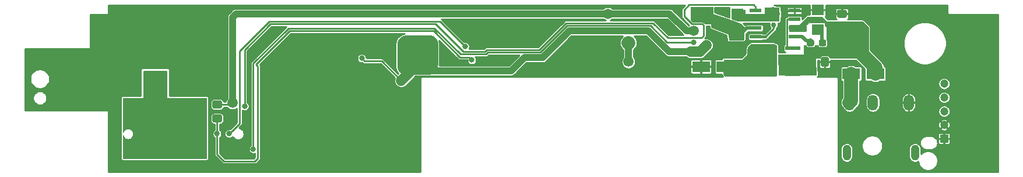
<source format=gtl>
G04 #@! TF.GenerationSoftware,KiCad,Pcbnew,(5.1.5)-3*
G04 #@! TF.CreationDate,2020-06-07T00:53:48-04:00*
G04 #@! TF.ProjectId,PowerBoth,506f7765-7242-46f7-9468-2e6b69636164,rev?*
G04 #@! TF.SameCoordinates,Original*
G04 #@! TF.FileFunction,Copper,L1,Top*
G04 #@! TF.FilePolarity,Positive*
%FSLAX46Y46*%
G04 Gerber Fmt 4.6, Leading zero omitted, Abs format (unit mm)*
G04 Created by KiCad (PCBNEW (5.1.5)-3) date 2020-06-07 00:53:48*
%MOMM*%
%LPD*%
G04 APERTURE LIST*
%ADD10C,0.100000*%
%ADD11C,0.908000*%
%ADD12O,1.500000X2.300000*%
%ADD13O,1.200000X2.300000*%
%ADD14C,1.200000*%
%ADD15R,1.200000X1.200000*%
%ADD16R,1.654900X0.582600*%
%ADD17R,2.200000X0.600000*%
%ADD18R,2.570000X1.650000*%
%ADD19R,1.803000X1.600000*%
%ADD20C,0.752400*%
%ADD21C,1.500000*%
%ADD22C,2.000000*%
%ADD23C,0.800000*%
%ADD24C,1.000000*%
%ADD25C,0.400000*%
%ADD26C,2.000000*%
%ADD27C,0.500000*%
%ADD28C,0.250000*%
%ADD29C,1.000000*%
%ADD30C,1.500000*%
%ADD31C,0.050000*%
%ADD32C,0.254000*%
G04 APERTURE END LIST*
G04 #@! TA.AperFunction,SMDPad,CuDef*
D10*
G36*
X250874505Y-128801204D02*
G01*
X250898773Y-128804804D01*
X250922572Y-128810765D01*
X250945671Y-128819030D01*
X250967850Y-128829520D01*
X250988893Y-128842132D01*
X251008599Y-128856747D01*
X251026777Y-128873223D01*
X251043253Y-128891401D01*
X251057868Y-128911107D01*
X251070480Y-128932150D01*
X251080970Y-128954329D01*
X251089235Y-128977428D01*
X251095196Y-129001227D01*
X251098796Y-129025495D01*
X251100000Y-129049999D01*
X251100000Y-129950001D01*
X251098796Y-129974505D01*
X251095196Y-129998773D01*
X251089235Y-130022572D01*
X251080970Y-130045671D01*
X251070480Y-130067850D01*
X251057868Y-130088893D01*
X251043253Y-130108599D01*
X251026777Y-130126777D01*
X251008599Y-130143253D01*
X250988893Y-130157868D01*
X250967850Y-130170480D01*
X250945671Y-130180970D01*
X250922572Y-130189235D01*
X250898773Y-130195196D01*
X250874505Y-130198796D01*
X250850001Y-130200000D01*
X250199999Y-130200000D01*
X250175495Y-130198796D01*
X250151227Y-130195196D01*
X250127428Y-130189235D01*
X250104329Y-130180970D01*
X250082150Y-130170480D01*
X250061107Y-130157868D01*
X250041401Y-130143253D01*
X250023223Y-130126777D01*
X250006747Y-130108599D01*
X249992132Y-130088893D01*
X249979520Y-130067850D01*
X249969030Y-130045671D01*
X249960765Y-130022572D01*
X249954804Y-129998773D01*
X249951204Y-129974505D01*
X249950000Y-129950001D01*
X249950000Y-129049999D01*
X249951204Y-129025495D01*
X249954804Y-129001227D01*
X249960765Y-128977428D01*
X249969030Y-128954329D01*
X249979520Y-128932150D01*
X249992132Y-128911107D01*
X250006747Y-128891401D01*
X250023223Y-128873223D01*
X250041401Y-128856747D01*
X250061107Y-128842132D01*
X250082150Y-128829520D01*
X250104329Y-128819030D01*
X250127428Y-128810765D01*
X250151227Y-128804804D01*
X250175495Y-128801204D01*
X250199999Y-128800000D01*
X250850001Y-128800000D01*
X250874505Y-128801204D01*
G37*
G04 #@! TD.AperFunction*
G04 #@! TA.AperFunction,SMDPad,CuDef*
G36*
X248824505Y-128801204D02*
G01*
X248848773Y-128804804D01*
X248872572Y-128810765D01*
X248895671Y-128819030D01*
X248917850Y-128829520D01*
X248938893Y-128842132D01*
X248958599Y-128856747D01*
X248976777Y-128873223D01*
X248993253Y-128891401D01*
X249007868Y-128911107D01*
X249020480Y-128932150D01*
X249030970Y-128954329D01*
X249039235Y-128977428D01*
X249045196Y-129001227D01*
X249048796Y-129025495D01*
X249050000Y-129049999D01*
X249050000Y-129950001D01*
X249048796Y-129974505D01*
X249045196Y-129998773D01*
X249039235Y-130022572D01*
X249030970Y-130045671D01*
X249020480Y-130067850D01*
X249007868Y-130088893D01*
X248993253Y-130108599D01*
X248976777Y-130126777D01*
X248958599Y-130143253D01*
X248938893Y-130157868D01*
X248917850Y-130170480D01*
X248895671Y-130180970D01*
X248872572Y-130189235D01*
X248848773Y-130195196D01*
X248824505Y-130198796D01*
X248800001Y-130200000D01*
X248149999Y-130200000D01*
X248125495Y-130198796D01*
X248101227Y-130195196D01*
X248077428Y-130189235D01*
X248054329Y-130180970D01*
X248032150Y-130170480D01*
X248011107Y-130157868D01*
X247991401Y-130143253D01*
X247973223Y-130126777D01*
X247956747Y-130108599D01*
X247942132Y-130088893D01*
X247929520Y-130067850D01*
X247919030Y-130045671D01*
X247910765Y-130022572D01*
X247904804Y-129998773D01*
X247901204Y-129974505D01*
X247900000Y-129950001D01*
X247900000Y-129049999D01*
X247901204Y-129025495D01*
X247904804Y-129001227D01*
X247910765Y-128977428D01*
X247919030Y-128954329D01*
X247929520Y-128932150D01*
X247942132Y-128911107D01*
X247956747Y-128891401D01*
X247973223Y-128873223D01*
X247991401Y-128856747D01*
X248011107Y-128842132D01*
X248032150Y-128829520D01*
X248054329Y-128819030D01*
X248077428Y-128810765D01*
X248101227Y-128804804D01*
X248125495Y-128801204D01*
X248149999Y-128800000D01*
X248800001Y-128800000D01*
X248824505Y-128801204D01*
G37*
G04 #@! TD.AperFunction*
D11*
X204000000Y-124750000D03*
X203100000Y-123850000D03*
X203100000Y-125650000D03*
X204900000Y-125650000D03*
X204900000Y-123850000D03*
D12*
X262700125Y-135451399D03*
X257500125Y-135451399D03*
X254100125Y-135451399D03*
D13*
X253700125Y-142751399D03*
X263600125Y-142751399D03*
D14*
X267836415Y-132718709D03*
X267836415Y-134718709D03*
X267836415Y-136718709D03*
X267836415Y-138718709D03*
D15*
X267836415Y-140718709D03*
D16*
X240478775Y-125856399D03*
X240478775Y-124586399D03*
X240478775Y-123316399D03*
X240478775Y-122046399D03*
X246121475Y-122046399D03*
X246121475Y-123316399D03*
X246121475Y-124586399D03*
X246121475Y-125856399D03*
D17*
X240700125Y-127546399D03*
X240700125Y-128816399D03*
X240700125Y-131356399D03*
X245900125Y-127546399D03*
X245900125Y-128816399D03*
X245900125Y-131356399D03*
X240700125Y-130086399D03*
X245900125Y-130086399D03*
D18*
X254340000Y-131250000D03*
X257860000Y-131250000D03*
X232540125Y-130201399D03*
X236060125Y-130201399D03*
D19*
X237800125Y-122529399D03*
X237800125Y-125373399D03*
X249500000Y-121929399D03*
X249500000Y-124773399D03*
G04 #@! TA.AperFunction,SMDPad,CuDef*
D10*
G36*
X253474505Y-123976204D02*
G01*
X253498773Y-123979804D01*
X253522572Y-123985765D01*
X253545671Y-123994030D01*
X253567850Y-124004520D01*
X253588893Y-124017132D01*
X253608599Y-124031747D01*
X253626777Y-124048223D01*
X253643253Y-124066401D01*
X253657868Y-124086107D01*
X253670480Y-124107150D01*
X253680970Y-124129329D01*
X253689235Y-124152428D01*
X253695196Y-124176227D01*
X253698796Y-124200495D01*
X253700000Y-124224999D01*
X253700000Y-124875001D01*
X253698796Y-124899505D01*
X253695196Y-124923773D01*
X253689235Y-124947572D01*
X253680970Y-124970671D01*
X253670480Y-124992850D01*
X253657868Y-125013893D01*
X253643253Y-125033599D01*
X253626777Y-125051777D01*
X253608599Y-125068253D01*
X253588893Y-125082868D01*
X253567850Y-125095480D01*
X253545671Y-125105970D01*
X253522572Y-125114235D01*
X253498773Y-125120196D01*
X253474505Y-125123796D01*
X253450001Y-125125000D01*
X252549999Y-125125000D01*
X252525495Y-125123796D01*
X252501227Y-125120196D01*
X252477428Y-125114235D01*
X252454329Y-125105970D01*
X252432150Y-125095480D01*
X252411107Y-125082868D01*
X252391401Y-125068253D01*
X252373223Y-125051777D01*
X252356747Y-125033599D01*
X252342132Y-125013893D01*
X252329520Y-124992850D01*
X252319030Y-124970671D01*
X252310765Y-124947572D01*
X252304804Y-124923773D01*
X252301204Y-124899505D01*
X252300000Y-124875001D01*
X252300000Y-124224999D01*
X252301204Y-124200495D01*
X252304804Y-124176227D01*
X252310765Y-124152428D01*
X252319030Y-124129329D01*
X252329520Y-124107150D01*
X252342132Y-124086107D01*
X252356747Y-124066401D01*
X252373223Y-124048223D01*
X252391401Y-124031747D01*
X252411107Y-124017132D01*
X252432150Y-124004520D01*
X252454329Y-123994030D01*
X252477428Y-123985765D01*
X252501227Y-123979804D01*
X252525495Y-123976204D01*
X252549999Y-123975000D01*
X253450001Y-123975000D01*
X253474505Y-123976204D01*
G37*
G04 #@! TD.AperFunction*
G04 #@! TA.AperFunction,SMDPad,CuDef*
G36*
X253474505Y-121926204D02*
G01*
X253498773Y-121929804D01*
X253522572Y-121935765D01*
X253545671Y-121944030D01*
X253567850Y-121954520D01*
X253588893Y-121967132D01*
X253608599Y-121981747D01*
X253626777Y-121998223D01*
X253643253Y-122016401D01*
X253657868Y-122036107D01*
X253670480Y-122057150D01*
X253680970Y-122079329D01*
X253689235Y-122102428D01*
X253695196Y-122126227D01*
X253698796Y-122150495D01*
X253700000Y-122174999D01*
X253700000Y-122825001D01*
X253698796Y-122849505D01*
X253695196Y-122873773D01*
X253689235Y-122897572D01*
X253680970Y-122920671D01*
X253670480Y-122942850D01*
X253657868Y-122963893D01*
X253643253Y-122983599D01*
X253626777Y-123001777D01*
X253608599Y-123018253D01*
X253588893Y-123032868D01*
X253567850Y-123045480D01*
X253545671Y-123055970D01*
X253522572Y-123064235D01*
X253498773Y-123070196D01*
X253474505Y-123073796D01*
X253450001Y-123075000D01*
X252549999Y-123075000D01*
X252525495Y-123073796D01*
X252501227Y-123070196D01*
X252477428Y-123064235D01*
X252454329Y-123055970D01*
X252432150Y-123045480D01*
X252411107Y-123032868D01*
X252391401Y-123018253D01*
X252373223Y-123001777D01*
X252356747Y-122983599D01*
X252342132Y-122963893D01*
X252329520Y-122942850D01*
X252319030Y-122920671D01*
X252310765Y-122897572D01*
X252304804Y-122873773D01*
X252301204Y-122849505D01*
X252300000Y-122825001D01*
X252300000Y-122174999D01*
X252301204Y-122150495D01*
X252304804Y-122126227D01*
X252310765Y-122102428D01*
X252319030Y-122079329D01*
X252329520Y-122057150D01*
X252342132Y-122036107D01*
X252356747Y-122016401D01*
X252373223Y-121998223D01*
X252391401Y-121981747D01*
X252411107Y-121967132D01*
X252432150Y-121954520D01*
X252454329Y-121944030D01*
X252477428Y-121935765D01*
X252501227Y-121929804D01*
X252525495Y-121926204D01*
X252549999Y-121925000D01*
X253450001Y-121925000D01*
X253474505Y-121926204D01*
G37*
G04 #@! TD.AperFunction*
G04 #@! TA.AperFunction,SMDPad,CuDef*
G36*
X248735904Y-126276144D02*
G01*
X248758959Y-126279563D01*
X248781568Y-126285227D01*
X248803512Y-126293079D01*
X248824582Y-126303044D01*
X248844573Y-126315026D01*
X248863293Y-126328910D01*
X248880563Y-126344562D01*
X248896215Y-126361832D01*
X248910099Y-126380552D01*
X248922081Y-126400543D01*
X248932046Y-126421613D01*
X248939898Y-126443557D01*
X248945562Y-126466166D01*
X248948981Y-126489221D01*
X248950125Y-126512500D01*
X248950125Y-126987500D01*
X248948981Y-127010779D01*
X248945562Y-127033834D01*
X248939898Y-127056443D01*
X248932046Y-127078387D01*
X248922081Y-127099457D01*
X248910099Y-127119448D01*
X248896215Y-127138168D01*
X248880563Y-127155438D01*
X248863293Y-127171090D01*
X248844573Y-127184974D01*
X248824582Y-127196956D01*
X248803512Y-127206921D01*
X248781568Y-127214773D01*
X248758959Y-127220437D01*
X248735904Y-127223856D01*
X248712625Y-127225000D01*
X248137625Y-127225000D01*
X248114346Y-127223856D01*
X248091291Y-127220437D01*
X248068682Y-127214773D01*
X248046738Y-127206921D01*
X248025668Y-127196956D01*
X248005677Y-127184974D01*
X247986957Y-127171090D01*
X247969687Y-127155438D01*
X247954035Y-127138168D01*
X247940151Y-127119448D01*
X247928169Y-127099457D01*
X247918204Y-127078387D01*
X247910352Y-127056443D01*
X247904688Y-127033834D01*
X247901269Y-127010779D01*
X247900125Y-126987500D01*
X247900125Y-126512500D01*
X247901269Y-126489221D01*
X247904688Y-126466166D01*
X247910352Y-126443557D01*
X247918204Y-126421613D01*
X247928169Y-126400543D01*
X247940151Y-126380552D01*
X247954035Y-126361832D01*
X247969687Y-126344562D01*
X247986957Y-126328910D01*
X248005677Y-126315026D01*
X248025668Y-126303044D01*
X248046738Y-126293079D01*
X248068682Y-126285227D01*
X248091291Y-126279563D01*
X248114346Y-126276144D01*
X248137625Y-126275000D01*
X248712625Y-126275000D01*
X248735904Y-126276144D01*
G37*
G04 #@! TD.AperFunction*
G04 #@! TA.AperFunction,SMDPad,CuDef*
G36*
X250485904Y-126276144D02*
G01*
X250508959Y-126279563D01*
X250531568Y-126285227D01*
X250553512Y-126293079D01*
X250574582Y-126303044D01*
X250594573Y-126315026D01*
X250613293Y-126328910D01*
X250630563Y-126344562D01*
X250646215Y-126361832D01*
X250660099Y-126380552D01*
X250672081Y-126400543D01*
X250682046Y-126421613D01*
X250689898Y-126443557D01*
X250695562Y-126466166D01*
X250698981Y-126489221D01*
X250700125Y-126512500D01*
X250700125Y-126987500D01*
X250698981Y-127010779D01*
X250695562Y-127033834D01*
X250689898Y-127056443D01*
X250682046Y-127078387D01*
X250672081Y-127099457D01*
X250660099Y-127119448D01*
X250646215Y-127138168D01*
X250630563Y-127155438D01*
X250613293Y-127171090D01*
X250594573Y-127184974D01*
X250574582Y-127196956D01*
X250553512Y-127206921D01*
X250531568Y-127214773D01*
X250508959Y-127220437D01*
X250485904Y-127223856D01*
X250462625Y-127225000D01*
X249887625Y-127225000D01*
X249864346Y-127223856D01*
X249841291Y-127220437D01*
X249818682Y-127214773D01*
X249796738Y-127206921D01*
X249775668Y-127196956D01*
X249755677Y-127184974D01*
X249736957Y-127171090D01*
X249719687Y-127155438D01*
X249704035Y-127138168D01*
X249690151Y-127119448D01*
X249678169Y-127099457D01*
X249668204Y-127078387D01*
X249660352Y-127056443D01*
X249654688Y-127033834D01*
X249651269Y-127010779D01*
X249650125Y-126987500D01*
X249650125Y-126512500D01*
X249651269Y-126489221D01*
X249654688Y-126466166D01*
X249660352Y-126443557D01*
X249668204Y-126421613D01*
X249678169Y-126400543D01*
X249690151Y-126380552D01*
X249704035Y-126361832D01*
X249719687Y-126344562D01*
X249736957Y-126328910D01*
X249755677Y-126315026D01*
X249775668Y-126303044D01*
X249796738Y-126293079D01*
X249818682Y-126285227D01*
X249841291Y-126279563D01*
X249864346Y-126276144D01*
X249887625Y-126275000D01*
X250462625Y-126275000D01*
X250485904Y-126276144D01*
G37*
G04 #@! TD.AperFunction*
G04 #@! TA.AperFunction,SMDPad,CuDef*
G36*
X162724505Y-135151204D02*
G01*
X162748773Y-135154804D01*
X162772572Y-135160765D01*
X162795671Y-135169030D01*
X162817850Y-135179520D01*
X162838893Y-135192132D01*
X162858599Y-135206747D01*
X162876777Y-135223223D01*
X162893253Y-135241401D01*
X162907868Y-135261107D01*
X162920480Y-135282150D01*
X162930970Y-135304329D01*
X162939235Y-135327428D01*
X162945196Y-135351227D01*
X162948796Y-135375495D01*
X162950000Y-135399999D01*
X162950000Y-136050001D01*
X162948796Y-136074505D01*
X162945196Y-136098773D01*
X162939235Y-136122572D01*
X162930970Y-136145671D01*
X162920480Y-136167850D01*
X162907868Y-136188893D01*
X162893253Y-136208599D01*
X162876777Y-136226777D01*
X162858599Y-136243253D01*
X162838893Y-136257868D01*
X162817850Y-136270480D01*
X162795671Y-136280970D01*
X162772572Y-136289235D01*
X162748773Y-136295196D01*
X162724505Y-136298796D01*
X162700001Y-136300000D01*
X161799999Y-136300000D01*
X161775495Y-136298796D01*
X161751227Y-136295196D01*
X161727428Y-136289235D01*
X161704329Y-136280970D01*
X161682150Y-136270480D01*
X161661107Y-136257868D01*
X161641401Y-136243253D01*
X161623223Y-136226777D01*
X161606747Y-136208599D01*
X161592132Y-136188893D01*
X161579520Y-136167850D01*
X161569030Y-136145671D01*
X161560765Y-136122572D01*
X161554804Y-136098773D01*
X161551204Y-136074505D01*
X161550000Y-136050001D01*
X161550000Y-135399999D01*
X161551204Y-135375495D01*
X161554804Y-135351227D01*
X161560765Y-135327428D01*
X161569030Y-135304329D01*
X161579520Y-135282150D01*
X161592132Y-135261107D01*
X161606747Y-135241401D01*
X161623223Y-135223223D01*
X161641401Y-135206747D01*
X161661107Y-135192132D01*
X161682150Y-135179520D01*
X161704329Y-135169030D01*
X161727428Y-135160765D01*
X161751227Y-135154804D01*
X161775495Y-135151204D01*
X161799999Y-135150000D01*
X162700001Y-135150000D01*
X162724505Y-135151204D01*
G37*
G04 #@! TD.AperFunction*
G04 #@! TA.AperFunction,SMDPad,CuDef*
G36*
X162724505Y-137201204D02*
G01*
X162748773Y-137204804D01*
X162772572Y-137210765D01*
X162795671Y-137219030D01*
X162817850Y-137229520D01*
X162838893Y-137242132D01*
X162858599Y-137256747D01*
X162876777Y-137273223D01*
X162893253Y-137291401D01*
X162907868Y-137311107D01*
X162920480Y-137332150D01*
X162930970Y-137354329D01*
X162939235Y-137377428D01*
X162945196Y-137401227D01*
X162948796Y-137425495D01*
X162950000Y-137449999D01*
X162950000Y-138100001D01*
X162948796Y-138124505D01*
X162945196Y-138148773D01*
X162939235Y-138172572D01*
X162930970Y-138195671D01*
X162920480Y-138217850D01*
X162907868Y-138238893D01*
X162893253Y-138258599D01*
X162876777Y-138276777D01*
X162858599Y-138293253D01*
X162838893Y-138307868D01*
X162817850Y-138320480D01*
X162795671Y-138330970D01*
X162772572Y-138339235D01*
X162748773Y-138345196D01*
X162724505Y-138348796D01*
X162700001Y-138350000D01*
X161799999Y-138350000D01*
X161775495Y-138348796D01*
X161751227Y-138345196D01*
X161727428Y-138339235D01*
X161704329Y-138330970D01*
X161682150Y-138320480D01*
X161661107Y-138307868D01*
X161641401Y-138293253D01*
X161623223Y-138276777D01*
X161606747Y-138258599D01*
X161592132Y-138238893D01*
X161579520Y-138217850D01*
X161569030Y-138195671D01*
X161560765Y-138172572D01*
X161554804Y-138148773D01*
X161551204Y-138124505D01*
X161550000Y-138100001D01*
X161550000Y-137449999D01*
X161551204Y-137425495D01*
X161554804Y-137401227D01*
X161560765Y-137377428D01*
X161569030Y-137354329D01*
X161579520Y-137332150D01*
X161592132Y-137311107D01*
X161606747Y-137291401D01*
X161623223Y-137273223D01*
X161641401Y-137256747D01*
X161661107Y-137242132D01*
X161682150Y-137229520D01*
X161704329Y-137219030D01*
X161727428Y-137210765D01*
X161751227Y-137204804D01*
X161775495Y-137201204D01*
X161799999Y-137200000D01*
X162700001Y-137200000D01*
X162724505Y-137201204D01*
G37*
G04 #@! TD.AperFunction*
D20*
X264300125Y-121551399D03*
X265300125Y-121551399D03*
X266300125Y-122551399D03*
X259300125Y-121551399D03*
X260300125Y-121551399D03*
X261300125Y-121551399D03*
X262300125Y-121551399D03*
X263300125Y-121551399D03*
X263300125Y-122551399D03*
X262300125Y-122551399D03*
X261300125Y-122551399D03*
X260300125Y-122551399D03*
X259300125Y-122551399D03*
X266300125Y-121551399D03*
X264300125Y-122551399D03*
X265300125Y-122551399D03*
X148599560Y-144587931D03*
X162599560Y-144587931D03*
X155099560Y-144587931D03*
X139599560Y-128087931D03*
X135599560Y-128087931D03*
X143099560Y-128087931D03*
X147498680Y-135486532D03*
X145099560Y-134587931D03*
X142099560Y-134587931D03*
X142099560Y-131087931D03*
X139099560Y-131087931D03*
X139099560Y-134587931D03*
X247700000Y-122200000D03*
X236500000Y-128000000D03*
X207250000Y-125000000D03*
X207250000Y-124000000D03*
X200250000Y-126500000D03*
X197250000Y-129500000D03*
X235750000Y-122250000D03*
X250250000Y-131000000D03*
X228100000Y-125000000D03*
X208500000Y-131000000D03*
X151649560Y-140587931D03*
X152649560Y-140587931D03*
X153649560Y-140587931D03*
X154649560Y-140587931D03*
X155649560Y-140587931D03*
X156649560Y-140587931D03*
X157649560Y-140587931D03*
X158649560Y-140587931D03*
X159649560Y-140587931D03*
X150500000Y-140587931D03*
X152000000Y-131337931D03*
X154149560Y-131337931D03*
X152500000Y-132500000D03*
X153149560Y-131337931D03*
X153750000Y-132500000D03*
X238200125Y-131250000D03*
X239100000Y-129350000D03*
X242400000Y-131250000D03*
X242800125Y-130451399D03*
X242800125Y-129451399D03*
X242800125Y-128451399D03*
X242800125Y-127451399D03*
X243100000Y-124100000D03*
X232550125Y-122001399D03*
X233600125Y-122001399D03*
X232550125Y-123051399D03*
X231500125Y-122001399D03*
X231500125Y-123051399D03*
X233600125Y-123051399D03*
D21*
X164500000Y-135500000D03*
D22*
X243000000Y-122496787D03*
D21*
X231500000Y-124998000D03*
X219000000Y-122500000D03*
X222000000Y-126750000D03*
X222000000Y-129500000D03*
D23*
X183250000Y-129000000D03*
D21*
X189000000Y-132250000D03*
D24*
X233299996Y-127100000D03*
D23*
X162250000Y-140000000D03*
X199250000Y-129250000D03*
X198250000Y-127250000D03*
X164000000Y-140000000D03*
X167500000Y-142250000D03*
X231500000Y-126652010D03*
X166250000Y-136000000D03*
D25*
X249383000Y-122046399D02*
X249500000Y-121929399D01*
D26*
X257860000Y-130310000D02*
X252500000Y-124950000D01*
X257860000Y-131250000D02*
X257860000Y-130310000D01*
D27*
X249100125Y-124773399D02*
X249422125Y-124773399D01*
X249422125Y-124773399D02*
X250100125Y-125451399D01*
X250100125Y-125451399D02*
X250100125Y-126301399D01*
X250100125Y-126301399D02*
X250150125Y-126351399D01*
X246121475Y-125856399D02*
X247205125Y-125856399D01*
X247205125Y-125856399D02*
X247800125Y-126451399D01*
X247800125Y-126451399D02*
X248350125Y-126451399D01*
X248350125Y-126451399D02*
X248450125Y-126351399D01*
X240700125Y-127546399D02*
X242705125Y-127546399D01*
X242705125Y-127546399D02*
X242800125Y-127451399D01*
X242800125Y-128451399D02*
X242800125Y-127451399D01*
X242800125Y-128451399D02*
X242800125Y-129451399D01*
X242800125Y-129451399D02*
X242800125Y-130451399D01*
D25*
X240478775Y-125856399D02*
X241895125Y-125856399D01*
D28*
X243100000Y-124632027D02*
X243100000Y-124100000D01*
X241895125Y-125856399D02*
X243100000Y-124651524D01*
X243100000Y-124651524D02*
X243100000Y-124632027D01*
D27*
X240478775Y-124586399D02*
X239165125Y-124586399D01*
X239165125Y-124586399D02*
X238300125Y-125451399D01*
X238300125Y-125451399D02*
X237878125Y-125451399D01*
X237878125Y-125451399D02*
X237800125Y-125373399D01*
D28*
X245805125Y-127451399D02*
X245900125Y-127546399D01*
X245042024Y-123318400D02*
X245044025Y-123316399D01*
X245044025Y-123316399D02*
X246121475Y-123316399D01*
X245042024Y-127488298D02*
X245042024Y-123318400D01*
X245100125Y-127546399D02*
X245042024Y-127488298D01*
X245900125Y-127546399D02*
X245100125Y-127546399D01*
D27*
X237800125Y-122529399D02*
X238529399Y-122529399D01*
X239151325Y-123316399D02*
X240478775Y-123316399D01*
X238529399Y-122694473D02*
X239151325Y-123316399D01*
X238529399Y-122529399D02*
X238529399Y-122694473D01*
D28*
X164275000Y-135725000D02*
X164500000Y-135500000D01*
X162250000Y-135725000D02*
X164275000Y-135725000D01*
D27*
X242180388Y-123316399D02*
X243000000Y-122496787D01*
X240478775Y-123316399D02*
X242180388Y-123316399D01*
D29*
X227941340Y-122500000D02*
X230439340Y-124998000D01*
X230439340Y-124998000D02*
X231500000Y-124998000D01*
X219000000Y-122500000D02*
X227941340Y-122500000D01*
X201500000Y-122500000D02*
X219000000Y-122500000D01*
X165000000Y-122500000D02*
X201500000Y-122500000D01*
X164500000Y-135500000D02*
X164500000Y-123000000D01*
X164500000Y-123000000D02*
X165000000Y-122500000D01*
D26*
X221999998Y-126750002D02*
X222000000Y-126750000D01*
D29*
X222000000Y-128439340D02*
X222000000Y-129500000D01*
X222000000Y-126750004D02*
X222000000Y-128439340D01*
X221999998Y-126750002D02*
X222000000Y-126750004D01*
D26*
X254340000Y-135211524D02*
X254100125Y-135451399D01*
X254340000Y-131250000D02*
X254340000Y-135211524D01*
D28*
X186149999Y-129399999D02*
X189000000Y-132250000D01*
X183250000Y-129000000D02*
X183649999Y-129399999D01*
X183649999Y-129399999D02*
X186149999Y-129399999D01*
D30*
X189000000Y-132250000D02*
X190250000Y-131000000D01*
X232399997Y-127999999D02*
X232799997Y-127599999D01*
X232799997Y-127599999D02*
X233299996Y-127100000D01*
X231052923Y-127999999D02*
X232399997Y-127999999D01*
D29*
X191800000Y-130800000D02*
X191250000Y-130250000D01*
X204950000Y-130800000D02*
X191800000Y-130800000D01*
X206870980Y-128879020D02*
X204950000Y-130800000D01*
X227872642Y-127999999D02*
X224872643Y-125000000D01*
X213396674Y-125000000D02*
X209517654Y-128879020D01*
X231052923Y-127999999D02*
X227872642Y-127999999D01*
X224872643Y-125000000D02*
X213396674Y-125000000D01*
X209517654Y-128879020D02*
X206870980Y-128879020D01*
X190500000Y-131000000D02*
X191250000Y-130250000D01*
X190250000Y-131000000D02*
X190500000Y-131000000D01*
D28*
X162250000Y-137775000D02*
X162250000Y-140000000D01*
X167750000Y-144000000D02*
X163250000Y-144000000D01*
X162250000Y-143000000D02*
X162250000Y-140000000D01*
X168152001Y-130181153D02*
X168152001Y-143597999D01*
X167877010Y-129906162D02*
X168152001Y-130181153D01*
X199250000Y-129250000D02*
X198850001Y-128850001D01*
X163250000Y-144000000D02*
X162250000Y-143000000D01*
X197516829Y-128850001D02*
X193666828Y-125000000D01*
X193666828Y-125000000D02*
X172783172Y-125000000D01*
X168152001Y-143597999D02*
X167750000Y-144000000D01*
X198850001Y-128850001D02*
X197516829Y-128850001D01*
X172783172Y-125000000D02*
X167877010Y-129906162D01*
X198250000Y-127250000D02*
X194622989Y-123622989D01*
X194622989Y-123622989D02*
X169843837Y-123622989D01*
X164399999Y-139600001D02*
X164000000Y-140000000D01*
X165502010Y-127964818D02*
X165502010Y-138497990D01*
X165502010Y-138497990D02*
X164399999Y-139600001D01*
X169843837Y-123622989D02*
X165502010Y-127964818D01*
X167500000Y-129750000D02*
X167500000Y-142250000D01*
X172650000Y-124600000D02*
X167500000Y-129750000D01*
X197577010Y-128377010D02*
X193800000Y-124600000D01*
X193800000Y-124600000D02*
X172650000Y-124600000D01*
X201335900Y-128377010D02*
X197577010Y-128377010D01*
X201585900Y-128127010D02*
X201335900Y-128377010D01*
X227588157Y-126652010D02*
X225184136Y-124247989D01*
X225184136Y-124247989D02*
X213085180Y-124247990D01*
X231500000Y-126652010D02*
X227588157Y-126652010D01*
X213085180Y-124247990D02*
X209206160Y-128127010D01*
X209206160Y-128127010D02*
X201585900Y-128127010D01*
D25*
X240400125Y-121967749D02*
X240478775Y-122046399D01*
D28*
X240478775Y-121505099D02*
X240478775Y-122046399D01*
X240176186Y-121202510D02*
X240478775Y-121505099D01*
X230100000Y-121900000D02*
X230797490Y-121202510D01*
X230100000Y-122900000D02*
X230100000Y-121900000D01*
X232900000Y-124200000D02*
X232695990Y-123995990D01*
X232900000Y-125700000D02*
X232900000Y-124200000D01*
X232599990Y-126000010D02*
X232900000Y-125700000D01*
X231195990Y-123995990D02*
X230100000Y-122900000D01*
X198000000Y-128000000D02*
X201179738Y-128000000D01*
X212929018Y-123870980D02*
X225570982Y-123870980D01*
X170000000Y-124000000D02*
X194000000Y-124000000D01*
X166250000Y-136000000D02*
X166250000Y-127750000D01*
X194000000Y-124000000D02*
X198000000Y-128000000D01*
X166250000Y-127750000D02*
X170000000Y-124000000D01*
X209049996Y-127750000D02*
X212929018Y-123870980D01*
X230797490Y-121202510D02*
X240176186Y-121202510D01*
X232695990Y-123995990D02*
X231195990Y-123995990D01*
X201179738Y-128000000D02*
X201429738Y-127750000D01*
X201429738Y-127750000D02*
X209049996Y-127750000D01*
X225570982Y-123870980D02*
X227700012Y-126000010D01*
X227700012Y-126000010D02*
X232599990Y-126000010D01*
D31*
G36*
X247777095Y-127136836D02*
G01*
X247813156Y-127204303D01*
X247861687Y-127263438D01*
X247920822Y-127311969D01*
X247988289Y-127348030D01*
X248061494Y-127370237D01*
X248137625Y-127377735D01*
X248712625Y-127377735D01*
X248788756Y-127370237D01*
X248861961Y-127348030D01*
X248929428Y-127311969D01*
X248988563Y-127263438D01*
X249037094Y-127204303D01*
X249073155Y-127136836D01*
X249076321Y-127126399D01*
X249523929Y-127126399D01*
X249527095Y-127136836D01*
X249563156Y-127204303D01*
X249611687Y-127263438D01*
X249670822Y-127311969D01*
X249738289Y-127348030D01*
X249811494Y-127370237D01*
X249887625Y-127377735D01*
X250462625Y-127377735D01*
X250538756Y-127370237D01*
X250611961Y-127348030D01*
X250679428Y-127311969D01*
X250738563Y-127263438D01*
X250787094Y-127204303D01*
X250823155Y-127136836D01*
X250826321Y-127126399D01*
X256825125Y-127126399D01*
X256825125Y-128976399D01*
X251245486Y-128976399D01*
X251244997Y-128971429D01*
X251222079Y-128895879D01*
X251184862Y-128826252D01*
X251134777Y-128765223D01*
X251073748Y-128715138D01*
X251004121Y-128677921D01*
X250928571Y-128655003D01*
X250850001Y-128647265D01*
X250199999Y-128647265D01*
X250121429Y-128655003D01*
X250045879Y-128677921D01*
X249976252Y-128715138D01*
X249915223Y-128765223D01*
X249865138Y-128826252D01*
X249827921Y-128895879D01*
X249805003Y-128971429D01*
X249804514Y-128976399D01*
X249225063Y-128976399D01*
X249220186Y-128976879D01*
X249215496Y-128978302D01*
X249211174Y-128980612D01*
X249207385Y-128983721D01*
X249204276Y-128987510D01*
X249201966Y-128991832D01*
X249200543Y-128996522D01*
X249200068Y-129001908D01*
X249249423Y-131425000D01*
X243824595Y-131425000D01*
X243775538Y-128426399D01*
X247450125Y-128426399D01*
X247455002Y-128425919D01*
X247459692Y-128424496D01*
X247464014Y-128422186D01*
X247467803Y-128419077D01*
X247470912Y-128415288D01*
X247473222Y-128410966D01*
X247474645Y-128406276D01*
X247475125Y-128401399D01*
X247475125Y-127126399D01*
X247773929Y-127126399D01*
X247777095Y-127136836D01*
G37*
X247777095Y-127136836D02*
X247813156Y-127204303D01*
X247861687Y-127263438D01*
X247920822Y-127311969D01*
X247988289Y-127348030D01*
X248061494Y-127370237D01*
X248137625Y-127377735D01*
X248712625Y-127377735D01*
X248788756Y-127370237D01*
X248861961Y-127348030D01*
X248929428Y-127311969D01*
X248988563Y-127263438D01*
X249037094Y-127204303D01*
X249073155Y-127136836D01*
X249076321Y-127126399D01*
X249523929Y-127126399D01*
X249527095Y-127136836D01*
X249563156Y-127204303D01*
X249611687Y-127263438D01*
X249670822Y-127311969D01*
X249738289Y-127348030D01*
X249811494Y-127370237D01*
X249887625Y-127377735D01*
X250462625Y-127377735D01*
X250538756Y-127370237D01*
X250611961Y-127348030D01*
X250679428Y-127311969D01*
X250738563Y-127263438D01*
X250787094Y-127204303D01*
X250823155Y-127136836D01*
X250826321Y-127126399D01*
X256825125Y-127126399D01*
X256825125Y-128976399D01*
X251245486Y-128976399D01*
X251244997Y-128971429D01*
X251222079Y-128895879D01*
X251184862Y-128826252D01*
X251134777Y-128765223D01*
X251073748Y-128715138D01*
X251004121Y-128677921D01*
X250928571Y-128655003D01*
X250850001Y-128647265D01*
X250199999Y-128647265D01*
X250121429Y-128655003D01*
X250045879Y-128677921D01*
X249976252Y-128715138D01*
X249915223Y-128765223D01*
X249865138Y-128826252D01*
X249827921Y-128895879D01*
X249805003Y-128971429D01*
X249804514Y-128976399D01*
X249225063Y-128976399D01*
X249220186Y-128976879D01*
X249215496Y-128978302D01*
X249211174Y-128980612D01*
X249207385Y-128983721D01*
X249204276Y-128987510D01*
X249201966Y-128991832D01*
X249200543Y-128996522D01*
X249200068Y-129001908D01*
X249249423Y-131425000D01*
X243824595Y-131425000D01*
X243775538Y-128426399D01*
X247450125Y-128426399D01*
X247455002Y-128425919D01*
X247459692Y-128424496D01*
X247464014Y-128422186D01*
X247467803Y-128419077D01*
X247470912Y-128415288D01*
X247473222Y-128410966D01*
X247474645Y-128406276D01*
X247475125Y-128401399D01*
X247475125Y-127126399D01*
X247773929Y-127126399D01*
X247777095Y-127136836D01*
G36*
X250803157Y-123619077D02*
G01*
X250806946Y-123622186D01*
X250811268Y-123624496D01*
X250815958Y-123625919D01*
X250820835Y-123626399D01*
X256010480Y-123626399D01*
X256825125Y-124441044D01*
X256825125Y-127476399D01*
X250775125Y-127476399D01*
X250775125Y-127218887D01*
X250787094Y-127204303D01*
X250823155Y-127136836D01*
X250845362Y-127063631D01*
X250852860Y-126987500D01*
X250852860Y-126512500D01*
X250845362Y-126436369D01*
X250823155Y-126363164D01*
X250787094Y-126295697D01*
X250775125Y-126281113D01*
X250775125Y-124472109D01*
X250774645Y-124467232D01*
X250773222Y-124462542D01*
X250770912Y-124458220D01*
X250767803Y-124454431D01*
X250554235Y-124240863D01*
X250554235Y-123973399D01*
X250551300Y-123943602D01*
X250542609Y-123914950D01*
X250528495Y-123888544D01*
X250509500Y-123865399D01*
X250486355Y-123846404D01*
X250459949Y-123832290D01*
X250431297Y-123823599D01*
X250401500Y-123820664D01*
X250134036Y-123820664D01*
X250097093Y-123783721D01*
X250093304Y-123780612D01*
X250088982Y-123778302D01*
X250084292Y-123776879D01*
X250079415Y-123776399D01*
X248220835Y-123776399D01*
X248215958Y-123776879D01*
X248211268Y-123778302D01*
X248206946Y-123780612D01*
X248203157Y-123783721D01*
X247832447Y-124154431D01*
X247829338Y-124158220D01*
X247827028Y-124162542D01*
X247825605Y-124167232D01*
X247825125Y-124172109D01*
X247825125Y-124961754D01*
X247710480Y-125076399D01*
X245319024Y-125076399D01*
X245319024Y-124126399D01*
X246779415Y-124126399D01*
X246784292Y-124125919D01*
X246788982Y-124124496D01*
X246793304Y-124122186D01*
X246797093Y-124119077D01*
X247989770Y-122926399D01*
X250110480Y-122926399D01*
X250803157Y-123619077D01*
G37*
X250803157Y-123619077D02*
X250806946Y-123622186D01*
X250811268Y-123624496D01*
X250815958Y-123625919D01*
X250820835Y-123626399D01*
X256010480Y-123626399D01*
X256825125Y-124441044D01*
X256825125Y-127476399D01*
X250775125Y-127476399D01*
X250775125Y-127218887D01*
X250787094Y-127204303D01*
X250823155Y-127136836D01*
X250845362Y-127063631D01*
X250852860Y-126987500D01*
X250852860Y-126512500D01*
X250845362Y-126436369D01*
X250823155Y-126363164D01*
X250787094Y-126295697D01*
X250775125Y-126281113D01*
X250775125Y-124472109D01*
X250774645Y-124467232D01*
X250773222Y-124462542D01*
X250770912Y-124458220D01*
X250767803Y-124454431D01*
X250554235Y-124240863D01*
X250554235Y-123973399D01*
X250551300Y-123943602D01*
X250542609Y-123914950D01*
X250528495Y-123888544D01*
X250509500Y-123865399D01*
X250486355Y-123846404D01*
X250459949Y-123832290D01*
X250431297Y-123823599D01*
X250401500Y-123820664D01*
X250134036Y-123820664D01*
X250097093Y-123783721D01*
X250093304Y-123780612D01*
X250088982Y-123778302D01*
X250084292Y-123776879D01*
X250079415Y-123776399D01*
X248220835Y-123776399D01*
X248215958Y-123776879D01*
X248211268Y-123778302D01*
X248206946Y-123780612D01*
X248203157Y-123783721D01*
X247832447Y-124154431D01*
X247829338Y-124158220D01*
X247827028Y-124162542D01*
X247825605Y-124167232D01*
X247825125Y-124172109D01*
X247825125Y-124961754D01*
X247710480Y-125076399D01*
X245319024Y-125076399D01*
X245319024Y-124126399D01*
X246779415Y-124126399D01*
X246784292Y-124125919D01*
X246788982Y-124124496D01*
X246793304Y-124122186D01*
X246797093Y-124119077D01*
X247989770Y-122926399D01*
X250110480Y-122926399D01*
X250803157Y-123619077D01*
G36*
X243064003Y-126927558D02*
G01*
X243066313Y-126931880D01*
X243069422Y-126935669D01*
X243073211Y-126938778D01*
X243077533Y-126941088D01*
X243510976Y-127120626D01*
X243525125Y-128851277D01*
X243525125Y-131480551D01*
X243292861Y-131625000D01*
X236044738Y-131625000D01*
X235973775Y-131586425D01*
X235825003Y-131244799D01*
X235826209Y-129176399D01*
X238565080Y-129176399D01*
X238569957Y-129175919D01*
X238574647Y-129174496D01*
X238578969Y-129172186D01*
X238583522Y-129168277D01*
X238968027Y-128748142D01*
X239267803Y-128448367D01*
X239270912Y-128444578D01*
X239273222Y-128440256D01*
X239274645Y-128435566D01*
X239275125Y-128430689D01*
X239275125Y-127709451D01*
X239464917Y-127251252D01*
X239789770Y-126926399D01*
X243063651Y-126926399D01*
X243064003Y-126927558D01*
G37*
X243064003Y-126927558D02*
X243066313Y-126931880D01*
X243069422Y-126935669D01*
X243073211Y-126938778D01*
X243077533Y-126941088D01*
X243510976Y-127120626D01*
X243525125Y-128851277D01*
X243525125Y-131480551D01*
X243292861Y-131625000D01*
X236044738Y-131625000D01*
X235973775Y-131586425D01*
X235825003Y-131244799D01*
X235826209Y-129176399D01*
X238565080Y-129176399D01*
X238569957Y-129175919D01*
X238574647Y-129174496D01*
X238578969Y-129172186D01*
X238583522Y-129168277D01*
X238968027Y-128748142D01*
X239267803Y-128448367D01*
X239270912Y-128444578D01*
X239273222Y-128440256D01*
X239274645Y-128435566D01*
X239275125Y-128430689D01*
X239275125Y-127709451D01*
X239464917Y-127251252D01*
X239789770Y-126926399D01*
X243063651Y-126926399D01*
X243064003Y-126927558D01*
G36*
X234189322Y-121517806D02*
G01*
X234193942Y-121519442D01*
X234197538Y-121520057D01*
X234225000Y-121522705D01*
X234225000Y-122500000D01*
X234225480Y-122504877D01*
X234226903Y-122509567D01*
X234229213Y-122513889D01*
X234232322Y-122517678D01*
X234236111Y-122520787D01*
X234241862Y-122523639D01*
X236758704Y-123390070D01*
X236771630Y-123414254D01*
X236790625Y-123437399D01*
X236813770Y-123456394D01*
X236840176Y-123470508D01*
X236868828Y-123479199D01*
X236898625Y-123482134D01*
X237026134Y-123482134D01*
X238307240Y-123923159D01*
X238775125Y-124391044D01*
X238775125Y-126211754D01*
X238660480Y-126326399D01*
X236602191Y-126326399D01*
X236524892Y-125497678D01*
X236523961Y-125492867D01*
X236522109Y-125488329D01*
X236519407Y-125484240D01*
X236515960Y-125480757D01*
X236511899Y-125478013D01*
X236509285Y-125476788D01*
X234025000Y-124483074D01*
X234025000Y-124000000D01*
X234024520Y-123995123D01*
X234023097Y-123990433D01*
X234020787Y-123986111D01*
X234017678Y-123982322D01*
X234013889Y-123979213D01*
X234009567Y-123976903D01*
X234004877Y-123975480D01*
X234000000Y-123975000D01*
X233500000Y-123975000D01*
X233499779Y-123975001D01*
X233070533Y-123978797D01*
X232901482Y-123809746D01*
X232892806Y-123799174D01*
X232850627Y-123764559D01*
X232802506Y-123738837D01*
X232750291Y-123722998D01*
X232709596Y-123718990D01*
X232709586Y-123718990D01*
X232695990Y-123717651D01*
X232682394Y-123718990D01*
X231310727Y-123718990D01*
X231025000Y-123433263D01*
X231025000Y-121479510D01*
X234107669Y-121479510D01*
X234189322Y-121517806D01*
G37*
X234189322Y-121517806D02*
X234193942Y-121519442D01*
X234197538Y-121520057D01*
X234225000Y-121522705D01*
X234225000Y-122500000D01*
X234225480Y-122504877D01*
X234226903Y-122509567D01*
X234229213Y-122513889D01*
X234232322Y-122517678D01*
X234236111Y-122520787D01*
X234241862Y-122523639D01*
X236758704Y-123390070D01*
X236771630Y-123414254D01*
X236790625Y-123437399D01*
X236813770Y-123456394D01*
X236840176Y-123470508D01*
X236868828Y-123479199D01*
X236898625Y-123482134D01*
X237026134Y-123482134D01*
X238307240Y-123923159D01*
X238775125Y-124391044D01*
X238775125Y-126211754D01*
X238660480Y-126326399D01*
X236602191Y-126326399D01*
X236524892Y-125497678D01*
X236523961Y-125492867D01*
X236522109Y-125488329D01*
X236519407Y-125484240D01*
X236515960Y-125480757D01*
X236511899Y-125478013D01*
X236509285Y-125476788D01*
X234025000Y-124483074D01*
X234025000Y-124000000D01*
X234024520Y-123995123D01*
X234023097Y-123990433D01*
X234020787Y-123986111D01*
X234017678Y-123982322D01*
X234013889Y-123979213D01*
X234009567Y-123976903D01*
X234004877Y-123975480D01*
X234000000Y-123975000D01*
X233500000Y-123975000D01*
X233499779Y-123975001D01*
X233070533Y-123978797D01*
X232901482Y-123809746D01*
X232892806Y-123799174D01*
X232850627Y-123764559D01*
X232802506Y-123738837D01*
X232750291Y-123722998D01*
X232709596Y-123718990D01*
X232709586Y-123718990D01*
X232695990Y-123717651D01*
X232682394Y-123718990D01*
X231310727Y-123718990D01*
X231025000Y-123433263D01*
X231025000Y-121479510D01*
X234107669Y-121479510D01*
X234189322Y-121517806D01*
G36*
X243825123Y-123576399D02*
G01*
X243175144Y-123576399D01*
X243152023Y-123571800D01*
X243047977Y-123571800D01*
X243024856Y-123576399D01*
X237843730Y-123576399D01*
X237025125Y-123294592D01*
X237025125Y-121926399D01*
X238925125Y-121926399D01*
X238925125Y-122501399D01*
X238925605Y-122506276D01*
X238927028Y-122510966D01*
X238929338Y-122515288D01*
X238932447Y-122519077D01*
X238936236Y-122522186D01*
X238940558Y-122524496D01*
X238945248Y-122525919D01*
X238950125Y-122526399D01*
X241750125Y-122526399D01*
X241755002Y-122525919D01*
X241759692Y-122524496D01*
X241764014Y-122522186D01*
X241767803Y-122519077D01*
X241770912Y-122515288D01*
X241773222Y-122510966D01*
X241774645Y-122506276D01*
X241775125Y-122501396D01*
X241775003Y-121625000D01*
X243825002Y-121625000D01*
X243825123Y-123576399D01*
G37*
X243825123Y-123576399D02*
X243175144Y-123576399D01*
X243152023Y-123571800D01*
X243047977Y-123571800D01*
X243024856Y-123576399D01*
X237843730Y-123576399D01*
X237025125Y-123294592D01*
X237025125Y-121926399D01*
X238925125Y-121926399D01*
X238925125Y-122501399D01*
X238925605Y-122506276D01*
X238927028Y-122510966D01*
X238929338Y-122515288D01*
X238932447Y-122519077D01*
X238936236Y-122522186D01*
X238940558Y-122524496D01*
X238945248Y-122525919D01*
X238950125Y-122526399D01*
X241750125Y-122526399D01*
X241755002Y-122525919D01*
X241759692Y-122524496D01*
X241764014Y-122522186D01*
X241767803Y-122519077D01*
X241770912Y-122515288D01*
X241773222Y-122510966D01*
X241774645Y-122506276D01*
X241775125Y-122501396D01*
X241775003Y-121625000D01*
X243825002Y-121625000D01*
X243825123Y-123576399D01*
G36*
X193287689Y-125685373D02*
G01*
X193517516Y-125755090D01*
X193729321Y-125868302D01*
X193914971Y-126020662D01*
X194067331Y-126206312D01*
X194181130Y-126419217D01*
X194273680Y-126884492D01*
X194273680Y-129988177D01*
X194248339Y-130245475D01*
X194172933Y-130494052D01*
X194050477Y-130723151D01*
X193885682Y-130923955D01*
X193684878Y-131088750D01*
X193454684Y-131211791D01*
X192951141Y-131311953D01*
X189547278Y-131311953D01*
X189298308Y-131283901D01*
X189060493Y-131200685D01*
X188847157Y-131066639D01*
X188668994Y-130888476D01*
X188534186Y-130673928D01*
X188423680Y-130189771D01*
X188423680Y-126985729D01*
X188449021Y-126728431D01*
X188524427Y-126479854D01*
X188646883Y-126250755D01*
X188811678Y-126049951D01*
X189012482Y-125885156D01*
X189242676Y-125762115D01*
X189746219Y-125661953D01*
X193049904Y-125661953D01*
X193287689Y-125685373D01*
G37*
X193287689Y-125685373D02*
X193517516Y-125755090D01*
X193729321Y-125868302D01*
X193914971Y-126020662D01*
X194067331Y-126206312D01*
X194181130Y-126419217D01*
X194273680Y-126884492D01*
X194273680Y-129988177D01*
X194248339Y-130245475D01*
X194172933Y-130494052D01*
X194050477Y-130723151D01*
X193885682Y-130923955D01*
X193684878Y-131088750D01*
X193454684Y-131211791D01*
X192951141Y-131311953D01*
X189547278Y-131311953D01*
X189298308Y-131283901D01*
X189060493Y-131200685D01*
X188847157Y-131066639D01*
X188668994Y-130888476D01*
X188534186Y-130673928D01*
X188423680Y-130189771D01*
X188423680Y-126985729D01*
X188449021Y-126728431D01*
X188524427Y-126479854D01*
X188646883Y-126250755D01*
X188811678Y-126049951D01*
X189012482Y-125885156D01*
X189242676Y-125762115D01*
X189746219Y-125661953D01*
X193049904Y-125661953D01*
X193287689Y-125685373D01*
G36*
X160725000Y-143612931D02*
G01*
X148574560Y-143612931D01*
X148574560Y-140229804D01*
X148576459Y-140239351D01*
X148633146Y-140376207D01*
X148715443Y-140499373D01*
X148820188Y-140604118D01*
X148943354Y-140686415D01*
X149080210Y-140743102D01*
X149225494Y-140772001D01*
X149373626Y-140772001D01*
X149518910Y-140743102D01*
X149655766Y-140686415D01*
X149778932Y-140604118D01*
X149883677Y-140499373D01*
X149965974Y-140376207D01*
X150022661Y-140239351D01*
X150051560Y-140094067D01*
X150051560Y-139945935D01*
X150022661Y-139800651D01*
X149965974Y-139663795D01*
X149883677Y-139540629D01*
X149778932Y-139435884D01*
X149655766Y-139353587D01*
X149518910Y-139296900D01*
X149373626Y-139268001D01*
X149225494Y-139268001D01*
X149080210Y-139296900D01*
X148943354Y-139353587D01*
X148820188Y-139435884D01*
X148715443Y-139540629D01*
X148633146Y-139663795D01*
X148576459Y-139800651D01*
X148574560Y-139810198D01*
X148574560Y-134775000D01*
X160725000Y-134775000D01*
X160725000Y-143612931D01*
G37*
X160725000Y-143612931D02*
X148574560Y-143612931D01*
X148574560Y-140229804D01*
X148576459Y-140239351D01*
X148633146Y-140376207D01*
X148715443Y-140499373D01*
X148820188Y-140604118D01*
X148943354Y-140686415D01*
X149080210Y-140743102D01*
X149225494Y-140772001D01*
X149373626Y-140772001D01*
X149518910Y-140743102D01*
X149655766Y-140686415D01*
X149778932Y-140604118D01*
X149883677Y-140499373D01*
X149965974Y-140376207D01*
X150022661Y-140239351D01*
X150051560Y-140094067D01*
X150051560Y-139945935D01*
X150022661Y-139800651D01*
X149965974Y-139663795D01*
X149883677Y-139540629D01*
X149778932Y-139435884D01*
X149655766Y-139353587D01*
X149518910Y-139296900D01*
X149373626Y-139268001D01*
X149225494Y-139268001D01*
X149080210Y-139296900D01*
X148943354Y-139353587D01*
X148820188Y-139435884D01*
X148715443Y-139540629D01*
X148633146Y-139663795D01*
X148576459Y-139800651D01*
X148574560Y-139810198D01*
X148574560Y-134775000D01*
X160725000Y-134775000D01*
X160725000Y-143612931D01*
D32*
G36*
X229829705Y-121601782D02*
G01*
X229814369Y-121614368D01*
X229764133Y-121675580D01*
X229738786Y-121723000D01*
X229726804Y-121745417D01*
X229703817Y-121821195D01*
X229696056Y-121900000D01*
X229698001Y-121919749D01*
X229698000Y-122880260D01*
X229696056Y-122900000D01*
X229698000Y-122919739D01*
X229698000Y-122919746D01*
X229703817Y-122978805D01*
X229726803Y-123054582D01*
X229764132Y-123124419D01*
X229814368Y-123185632D01*
X229829710Y-123198223D01*
X230737366Y-124105879D01*
X230745033Y-124130373D01*
X230771053Y-124178035D01*
X230805871Y-124219704D01*
X230807479Y-124221000D01*
X230761184Y-124221000D01*
X228517753Y-121977569D01*
X228493420Y-121947920D01*
X228375106Y-121850823D01*
X228240124Y-121778673D01*
X228093659Y-121734243D01*
X227979506Y-121723000D01*
X227979503Y-121723000D01*
X227941340Y-121719241D01*
X227903177Y-121723000D01*
X219675397Y-121723000D01*
X219654674Y-121702277D01*
X219486467Y-121589885D01*
X219299565Y-121512467D01*
X219101151Y-121473000D01*
X218898849Y-121473000D01*
X218700435Y-121512467D01*
X218513533Y-121589885D01*
X218345326Y-121702277D01*
X218324603Y-121723000D01*
X165038163Y-121723000D01*
X165000000Y-121719241D01*
X164961836Y-121723000D01*
X164961834Y-121723000D01*
X164847681Y-121734243D01*
X164701216Y-121778673D01*
X164669930Y-121795396D01*
X164566233Y-121850823D01*
X164532759Y-121878295D01*
X164447920Y-121947920D01*
X164423587Y-121977570D01*
X163977565Y-122423592D01*
X163947921Y-122447920D01*
X163923593Y-122477564D01*
X163923591Y-122477566D01*
X163850823Y-122566234D01*
X163778673Y-122701217D01*
X163749077Y-122798783D01*
X163740129Y-122828283D01*
X163734244Y-122847682D01*
X163719241Y-123000000D01*
X163723001Y-123038173D01*
X163723000Y-134824603D01*
X163702277Y-134845326D01*
X163589885Y-135013533D01*
X163512467Y-135200435D01*
X163488087Y-135323000D01*
X163220756Y-135323000D01*
X163218188Y-135296925D01*
X163188123Y-135197812D01*
X163139299Y-135106470D01*
X163073593Y-135026407D01*
X162993530Y-134960701D01*
X162902188Y-134911877D01*
X162803075Y-134881812D01*
X162700001Y-134871660D01*
X161799999Y-134871660D01*
X161696925Y-134881812D01*
X161597812Y-134911877D01*
X161506470Y-134960701D01*
X161426407Y-135026407D01*
X161360701Y-135106470D01*
X161311877Y-135197812D01*
X161281812Y-135296925D01*
X161271660Y-135399999D01*
X161271660Y-136050001D01*
X161281812Y-136153075D01*
X161311877Y-136252188D01*
X161360701Y-136343530D01*
X161426407Y-136423593D01*
X161506470Y-136489299D01*
X161597812Y-136538123D01*
X161696925Y-136568188D01*
X161799999Y-136578340D01*
X162700001Y-136578340D01*
X162803075Y-136568188D01*
X162902188Y-136538123D01*
X162993530Y-136489299D01*
X163073593Y-136423593D01*
X163139299Y-136343530D01*
X163188123Y-136252188D01*
X163218188Y-136153075D01*
X163220756Y-136127000D01*
X163683786Y-136127000D01*
X163702277Y-136154674D01*
X163845326Y-136297723D01*
X164013533Y-136410115D01*
X164200435Y-136487533D01*
X164398849Y-136527000D01*
X164601151Y-136527000D01*
X164799565Y-136487533D01*
X164986467Y-136410115D01*
X165100011Y-136334248D01*
X165100011Y-138331475D01*
X164129710Y-139301777D01*
X164129705Y-139301781D01*
X164101550Y-139329936D01*
X164066679Y-139323000D01*
X163933321Y-139323000D01*
X163802526Y-139349016D01*
X163679320Y-139400050D01*
X163568437Y-139474140D01*
X163474140Y-139568437D01*
X163400050Y-139679320D01*
X163349016Y-139802526D01*
X163323000Y-139933321D01*
X163323000Y-140066679D01*
X163349016Y-140197474D01*
X163400050Y-140320680D01*
X163474140Y-140431563D01*
X163568437Y-140525860D01*
X163679320Y-140599950D01*
X163802526Y-140650984D01*
X163933321Y-140677000D01*
X164066679Y-140677000D01*
X164197474Y-140650984D01*
X164320680Y-140599950D01*
X164431563Y-140525860D01*
X164522266Y-140435157D01*
X164522373Y-140435416D01*
X164618350Y-140579056D01*
X164740505Y-140701211D01*
X164884145Y-140797188D01*
X165043749Y-140863298D01*
X165213183Y-140897001D01*
X165385937Y-140897001D01*
X165555371Y-140863298D01*
X165714975Y-140797188D01*
X165858615Y-140701211D01*
X165980770Y-140579056D01*
X166076747Y-140435416D01*
X166142857Y-140275812D01*
X166176560Y-140106378D01*
X166176560Y-139933624D01*
X166142857Y-139764190D01*
X166076747Y-139604586D01*
X165980770Y-139460946D01*
X165858615Y-139338791D01*
X165714975Y-139242814D01*
X165555371Y-139176704D01*
X165418947Y-139149567D01*
X165772305Y-138796209D01*
X165787642Y-138783622D01*
X165837878Y-138722410D01*
X165875207Y-138652573D01*
X165898193Y-138576796D01*
X165904010Y-138517737D01*
X165904010Y-138517730D01*
X165905954Y-138497990D01*
X165904010Y-138478251D01*
X165904010Y-136583038D01*
X165929320Y-136599950D01*
X166052526Y-136650984D01*
X166183321Y-136677000D01*
X166316679Y-136677000D01*
X166447474Y-136650984D01*
X166570680Y-136599950D01*
X166681563Y-136525860D01*
X166775860Y-136431563D01*
X166849950Y-136320680D01*
X166900984Y-136197474D01*
X166927000Y-136066679D01*
X166927000Y-135933321D01*
X166900984Y-135802526D01*
X166849950Y-135679320D01*
X166775860Y-135568437D01*
X166681563Y-135474140D01*
X166652000Y-135454387D01*
X166652000Y-127916513D01*
X170166514Y-124402000D01*
X172279486Y-124402000D01*
X167229710Y-129451777D01*
X167214368Y-129464368D01*
X167164132Y-129525581D01*
X167126803Y-129595418D01*
X167103817Y-129671195D01*
X167098000Y-129730254D01*
X167098000Y-129730261D01*
X167096056Y-129750000D01*
X167098000Y-129769739D01*
X167098001Y-141704386D01*
X167068437Y-141724140D01*
X166974140Y-141818437D01*
X166900050Y-141929320D01*
X166849016Y-142052526D01*
X166823000Y-142183321D01*
X166823000Y-142316679D01*
X166849016Y-142447474D01*
X166900050Y-142570680D01*
X166974140Y-142681563D01*
X167068437Y-142775860D01*
X167179320Y-142849950D01*
X167302526Y-142900984D01*
X167433321Y-142927000D01*
X167566679Y-142927000D01*
X167697474Y-142900984D01*
X167750002Y-142879226D01*
X167750002Y-143431485D01*
X167583487Y-143598000D01*
X163416514Y-143598000D01*
X162652000Y-142833487D01*
X162652000Y-140545613D01*
X162681563Y-140525860D01*
X162775860Y-140431563D01*
X162849950Y-140320680D01*
X162900984Y-140197474D01*
X162927000Y-140066679D01*
X162927000Y-139933321D01*
X162900984Y-139802526D01*
X162849950Y-139679320D01*
X162775860Y-139568437D01*
X162681563Y-139474140D01*
X162652000Y-139454387D01*
X162652000Y-138628340D01*
X162700001Y-138628340D01*
X162803075Y-138618188D01*
X162902188Y-138588123D01*
X162993530Y-138539299D01*
X163073593Y-138473593D01*
X163139299Y-138393530D01*
X163188123Y-138302188D01*
X163218188Y-138203075D01*
X163228340Y-138100001D01*
X163228340Y-137449999D01*
X163218188Y-137346925D01*
X163188123Y-137247812D01*
X163139299Y-137156470D01*
X163073593Y-137076407D01*
X162993530Y-137010701D01*
X162902188Y-136961877D01*
X162803075Y-136931812D01*
X162700001Y-136921660D01*
X161799999Y-136921660D01*
X161696925Y-136931812D01*
X161597812Y-136961877D01*
X161506470Y-137010701D01*
X161426407Y-137076407D01*
X161360701Y-137156470D01*
X161311877Y-137247812D01*
X161281812Y-137346925D01*
X161271660Y-137449999D01*
X161271660Y-138100001D01*
X161281812Y-138203075D01*
X161311877Y-138302188D01*
X161360701Y-138393530D01*
X161426407Y-138473593D01*
X161506470Y-138539299D01*
X161597812Y-138588123D01*
X161696925Y-138618188D01*
X161799999Y-138628340D01*
X161848000Y-138628340D01*
X161848001Y-139454386D01*
X161818437Y-139474140D01*
X161724140Y-139568437D01*
X161650050Y-139679320D01*
X161599016Y-139802526D01*
X161573000Y-139933321D01*
X161573000Y-140066679D01*
X161599016Y-140197474D01*
X161650050Y-140320680D01*
X161724140Y-140431563D01*
X161818437Y-140525860D01*
X161848001Y-140545614D01*
X161848000Y-142980261D01*
X161846056Y-143000000D01*
X161848000Y-143019739D01*
X161848000Y-143019746D01*
X161853817Y-143078805D01*
X161876803Y-143154582D01*
X161914132Y-143224419D01*
X161964368Y-143285632D01*
X161979710Y-143298223D01*
X162951781Y-144270295D01*
X162964368Y-144285632D01*
X162979704Y-144298218D01*
X162979706Y-144298220D01*
X163025580Y-144335868D01*
X163095416Y-144373197D01*
X163171194Y-144396183D01*
X163230253Y-144402000D01*
X163230260Y-144402000D01*
X163250000Y-144403944D01*
X163269739Y-144402000D01*
X167730261Y-144402000D01*
X167750000Y-144403944D01*
X167769739Y-144402000D01*
X167769747Y-144402000D01*
X167828806Y-144396183D01*
X167904583Y-144373197D01*
X167974420Y-144335868D01*
X168035632Y-144285632D01*
X168048223Y-144270290D01*
X168422291Y-143896222D01*
X168437633Y-143883631D01*
X168487869Y-143822419D01*
X168525198Y-143752582D01*
X168548184Y-143676805D01*
X168554001Y-143617746D01*
X168554001Y-143617739D01*
X168555945Y-143598000D01*
X168554001Y-143578260D01*
X168554001Y-130200892D01*
X168555945Y-130181152D01*
X168554001Y-130161413D01*
X168554001Y-130161406D01*
X168548184Y-130102347D01*
X168525198Y-130026570D01*
X168487869Y-129956733D01*
X168445986Y-129905699D01*
X172949686Y-125402000D01*
X189505093Y-125402000D01*
X189180123Y-125466641D01*
X189103587Y-125494026D01*
X188867950Y-125619976D01*
X188822799Y-125650144D01*
X188618188Y-125818064D01*
X188579791Y-125856461D01*
X188411871Y-126061072D01*
X188381702Y-126106223D01*
X188256927Y-126339662D01*
X188236148Y-126389828D01*
X188159310Y-126643124D01*
X188148716Y-126696384D01*
X188123014Y-126957347D01*
X188121680Y-126984497D01*
X188121680Y-130192587D01*
X188128625Y-130254225D01*
X188240703Y-130745271D01*
X188251971Y-130782416D01*
X188276215Y-130831005D01*
X188414783Y-131051536D01*
X188453457Y-131100033D01*
X188575514Y-131222090D01*
X188558059Y-131239545D01*
X186448222Y-129129709D01*
X186435631Y-129114367D01*
X186374419Y-129064131D01*
X186304582Y-129026802D01*
X186228805Y-129003816D01*
X186169746Y-128997999D01*
X186169738Y-128997999D01*
X186149999Y-128996055D01*
X186130260Y-128997999D01*
X183927000Y-128997999D01*
X183927000Y-128933321D01*
X183900984Y-128802526D01*
X183849950Y-128679320D01*
X183775860Y-128568437D01*
X183681563Y-128474140D01*
X183570680Y-128400050D01*
X183447474Y-128349016D01*
X183316679Y-128323000D01*
X183183321Y-128323000D01*
X183052526Y-128349016D01*
X182929320Y-128400050D01*
X182818437Y-128474140D01*
X182724140Y-128568437D01*
X182650050Y-128679320D01*
X182599016Y-128802526D01*
X182573000Y-128933321D01*
X182573000Y-129066679D01*
X182599016Y-129197474D01*
X182650050Y-129320680D01*
X182724140Y-129431563D01*
X182818437Y-129525860D01*
X182929320Y-129599950D01*
X183052526Y-129650984D01*
X183183321Y-129677000D01*
X183316679Y-129677000D01*
X183351550Y-129670064D01*
X183351778Y-129670292D01*
X183364367Y-129685631D01*
X183425579Y-129735867D01*
X183495416Y-129773196D01*
X183571193Y-129796182D01*
X183630252Y-129801999D01*
X183630259Y-129801999D01*
X183649998Y-129803943D01*
X183669738Y-129801999D01*
X185983486Y-129801999D01*
X188044255Y-131862768D01*
X188031873Y-131903585D01*
X188012467Y-131950435D01*
X188002574Y-132000172D01*
X187987861Y-132048673D01*
X187982893Y-132099113D01*
X187973000Y-132148849D01*
X187973000Y-132199559D01*
X187968032Y-132250000D01*
X187973000Y-132300441D01*
X187973000Y-132351151D01*
X187982893Y-132400887D01*
X187987861Y-132451327D01*
X188002574Y-132499828D01*
X188012467Y-132549565D01*
X188031873Y-132596415D01*
X188046586Y-132644917D01*
X188070480Y-132689620D01*
X188089885Y-132736467D01*
X188118055Y-132778627D01*
X188141950Y-132823331D01*
X188174107Y-132862515D01*
X188202277Y-132904674D01*
X188238129Y-132940526D01*
X188270288Y-132979712D01*
X188309474Y-133011871D01*
X188345326Y-133047723D01*
X188387485Y-133075893D01*
X188426669Y-133108050D01*
X188471373Y-133131945D01*
X188513533Y-133160115D01*
X188560380Y-133179520D01*
X188605083Y-133203414D01*
X188653585Y-133218127D01*
X188700435Y-133237533D01*
X188750172Y-133247426D01*
X188798673Y-133262139D01*
X188849113Y-133267107D01*
X188898849Y-133277000D01*
X188949559Y-133277000D01*
X189000000Y-133281968D01*
X189050441Y-133277000D01*
X189101151Y-133277000D01*
X189150887Y-133267107D01*
X189201327Y-133262139D01*
X189249828Y-133247426D01*
X189299565Y-133237533D01*
X189346415Y-133218127D01*
X189394917Y-133203414D01*
X189439620Y-133179520D01*
X189486467Y-133160115D01*
X189528627Y-133131945D01*
X189573331Y-133108050D01*
X189612514Y-133075894D01*
X189654674Y-133047723D01*
X189797723Y-132904674D01*
X189797725Y-132904671D01*
X191011872Y-131690525D01*
X191074713Y-131613953D01*
X192953605Y-131613953D01*
X193007645Y-131608630D01*
X193166658Y-131577000D01*
X204911837Y-131577000D01*
X204950000Y-131580759D01*
X204988163Y-131577000D01*
X204988166Y-131577000D01*
X205102319Y-131565757D01*
X205248784Y-131521327D01*
X205383766Y-131449177D01*
X205502080Y-131352080D01*
X205526412Y-131322431D01*
X205822444Y-131026399D01*
X230976785Y-131026399D01*
X230982133Y-131080700D01*
X230997972Y-131132915D01*
X231023694Y-131181036D01*
X231058309Y-131223215D01*
X231100488Y-131257830D01*
X231148609Y-131283552D01*
X231200824Y-131299391D01*
X231255125Y-131304739D01*
X232447875Y-131303399D01*
X232517125Y-131234149D01*
X232517125Y-130224399D01*
X232563125Y-130224399D01*
X232563125Y-131234149D01*
X232632375Y-131303399D01*
X233825125Y-131304739D01*
X233879426Y-131299391D01*
X233931641Y-131283552D01*
X233979762Y-131257830D01*
X234021941Y-131223215D01*
X234056556Y-131181036D01*
X234082278Y-131132915D01*
X234098117Y-131080700D01*
X234103465Y-131026399D01*
X234102125Y-130293649D01*
X234032875Y-130224399D01*
X232563125Y-130224399D01*
X232517125Y-130224399D01*
X231047375Y-130224399D01*
X230978125Y-130293649D01*
X230976785Y-131026399D01*
X205822444Y-131026399D01*
X207192824Y-129656020D01*
X209479491Y-129656020D01*
X209517654Y-129659779D01*
X209555817Y-129656020D01*
X209555820Y-129656020D01*
X209669973Y-129644777D01*
X209816438Y-129600347D01*
X209951420Y-129528197D01*
X210069734Y-129431100D01*
X210094067Y-129401450D01*
X213718518Y-125777000D01*
X221172659Y-125777000D01*
X221141379Y-125802671D01*
X221052669Y-125891381D01*
X220933075Y-126037107D01*
X220814497Y-126258951D01*
X220741476Y-126499667D01*
X220716820Y-126750002D01*
X220741476Y-127000337D01*
X220814497Y-127241053D01*
X220933075Y-127462897D01*
X221092655Y-127657345D01*
X221223001Y-127764317D01*
X221223001Y-128401165D01*
X221223000Y-128401175D01*
X221223000Y-128824603D01*
X221202277Y-128845326D01*
X221089885Y-129013533D01*
X221012467Y-129200435D01*
X220973000Y-129398849D01*
X220973000Y-129601151D01*
X221012467Y-129799565D01*
X221089885Y-129986467D01*
X221202277Y-130154674D01*
X221345326Y-130297723D01*
X221513533Y-130410115D01*
X221700435Y-130487533D01*
X221898849Y-130527000D01*
X222101151Y-130527000D01*
X222299565Y-130487533D01*
X222486467Y-130410115D01*
X222654674Y-130297723D01*
X222797723Y-130154674D01*
X222910115Y-129986467D01*
X222987533Y-129799565D01*
X223027000Y-129601151D01*
X223027000Y-129398849D01*
X223022535Y-129376399D01*
X230976785Y-129376399D01*
X230978125Y-130109149D01*
X231047375Y-130178399D01*
X232517125Y-130178399D01*
X232517125Y-129168649D01*
X232563125Y-129168649D01*
X232563125Y-130178399D01*
X234032875Y-130178399D01*
X234102125Y-130109149D01*
X234103465Y-129376399D01*
X234098117Y-129322098D01*
X234082278Y-129269883D01*
X234056556Y-129221762D01*
X234021941Y-129179583D01*
X233979762Y-129144968D01*
X233931641Y-129119246D01*
X233879426Y-129103407D01*
X233825125Y-129098059D01*
X232632375Y-129099399D01*
X232563125Y-129168649D01*
X232517125Y-129168649D01*
X232447875Y-129099399D01*
X231255125Y-129098059D01*
X231200824Y-129103407D01*
X231148609Y-129119246D01*
X231100488Y-129144968D01*
X231058309Y-129179583D01*
X231023694Y-129221762D01*
X230997972Y-129269883D01*
X230982133Y-129322098D01*
X230976785Y-129376399D01*
X223022535Y-129376399D01*
X222987533Y-129200435D01*
X222910115Y-129013533D01*
X222797723Y-128845326D01*
X222777000Y-128824603D01*
X222777000Y-127764314D01*
X222858619Y-127697331D01*
X222947329Y-127608621D01*
X223066923Y-127462895D01*
X223185502Y-127241050D01*
X223258522Y-127000335D01*
X223283178Y-126750000D01*
X223258522Y-126499665D01*
X223185502Y-126258949D01*
X223066923Y-126037105D01*
X222907343Y-125842657D01*
X222827340Y-125777000D01*
X224550800Y-125777000D01*
X227296234Y-128522435D01*
X227320562Y-128552079D01*
X227350206Y-128576407D01*
X227350207Y-128576408D01*
X227438875Y-128649176D01*
X227525386Y-128695417D01*
X227573858Y-128721326D01*
X227720323Y-128765756D01*
X227834476Y-128776999D01*
X227834485Y-128776999D01*
X227872641Y-128780757D01*
X227910797Y-128776999D01*
X230380831Y-128776999D01*
X230479592Y-128858050D01*
X230658006Y-128953414D01*
X230851596Y-129012139D01*
X231002472Y-129026999D01*
X232349556Y-129026999D01*
X232399997Y-129031967D01*
X232450438Y-129026999D01*
X232450448Y-129026999D01*
X232601324Y-129012139D01*
X232794914Y-128953414D01*
X232973328Y-128858050D01*
X233129709Y-128729711D01*
X233161874Y-128690518D01*
X234061868Y-127790524D01*
X234158046Y-127673331D01*
X234253410Y-127494918D01*
X234312135Y-127301328D01*
X234331964Y-127100001D01*
X234312135Y-126898673D01*
X234253410Y-126705083D01*
X234158046Y-126526669D01*
X234029708Y-126370288D01*
X233873327Y-126241950D01*
X233694913Y-126146586D01*
X233501323Y-126087861D01*
X233299995Y-126068032D01*
X233098668Y-126087861D01*
X233072808Y-126095706D01*
X233170296Y-125998218D01*
X233185632Y-125985632D01*
X233199083Y-125969243D01*
X233222558Y-125940638D01*
X233235868Y-125924420D01*
X233273197Y-125854583D01*
X233296183Y-125778806D01*
X233302000Y-125719747D01*
X233302000Y-125719740D01*
X233303944Y-125700001D01*
X233302000Y-125680261D01*
X233302000Y-124278762D01*
X233501206Y-124277000D01*
X233723000Y-124277000D01*
X233723000Y-124500000D01*
X233729002Y-124557348D01*
X233745397Y-124609116D01*
X233771576Y-124656690D01*
X233806534Y-124698242D01*
X233848927Y-124732176D01*
X233897125Y-124757188D01*
X236239921Y-125694307D01*
X236303611Y-126377124D01*
X236307736Y-126405439D01*
X236323499Y-126457402D01*
X236349097Y-126505292D01*
X236383545Y-126547268D01*
X236425521Y-126581716D01*
X236473411Y-126607314D01*
X236525374Y-126623077D01*
X236579414Y-126628399D01*
X238670836Y-126628399D01*
X238724876Y-126623077D01*
X238776839Y-126607314D01*
X238824729Y-126581716D01*
X238866705Y-126547268D01*
X238995994Y-126417979D01*
X239030442Y-126376003D01*
X239056040Y-126328113D01*
X239071803Y-126276150D01*
X239077125Y-126222110D01*
X239077125Y-125419689D01*
X239383416Y-125113399D01*
X239504674Y-125113399D01*
X239544809Y-125134852D01*
X239597024Y-125150691D01*
X239651325Y-125156039D01*
X241306225Y-125156039D01*
X241360526Y-125150691D01*
X241412741Y-125134852D01*
X241460862Y-125109130D01*
X241503041Y-125074515D01*
X241537656Y-125032336D01*
X241563378Y-124984215D01*
X241579217Y-124932000D01*
X241584565Y-124877699D01*
X241584565Y-124295099D01*
X241579217Y-124240798D01*
X241563378Y-124188583D01*
X241537656Y-124140462D01*
X241503041Y-124098283D01*
X241460862Y-124063668D01*
X241412741Y-124037946D01*
X241360526Y-124022107D01*
X241306225Y-124016759D01*
X239651325Y-124016759D01*
X239597024Y-124022107D01*
X239544809Y-124037946D01*
X239504674Y-124059399D01*
X239191006Y-124059399D01*
X239165125Y-124056850D01*
X239139244Y-124059399D01*
X239061815Y-124067025D01*
X238962475Y-124097160D01*
X238927193Y-124116018D01*
X238689574Y-123878399D01*
X239589468Y-123878399D01*
X239597024Y-123880691D01*
X239651325Y-123886039D01*
X241306225Y-123886039D01*
X241360526Y-123880691D01*
X241368082Y-123878399D01*
X242484771Y-123878399D01*
X242471902Y-123909468D01*
X242446800Y-124035665D01*
X242446800Y-124164335D01*
X242471902Y-124290532D01*
X242521141Y-124409406D01*
X242592626Y-124516391D01*
X242629623Y-124553388D01*
X241803612Y-125379399D01*
X241512164Y-125379399D01*
X241503041Y-125368283D01*
X241460862Y-125333668D01*
X241412741Y-125307946D01*
X241360526Y-125292107D01*
X241306225Y-125286759D01*
X239651325Y-125286759D01*
X239597024Y-125292107D01*
X239544809Y-125307946D01*
X239496688Y-125333668D01*
X239454509Y-125368283D01*
X239419894Y-125410462D01*
X239394172Y-125458583D01*
X239378333Y-125510798D01*
X239372985Y-125565099D01*
X239372985Y-126147699D01*
X239378333Y-126202000D01*
X239394172Y-126254215D01*
X239419894Y-126302336D01*
X239454509Y-126344515D01*
X239496688Y-126379130D01*
X239544809Y-126404852D01*
X239597024Y-126420691D01*
X239651325Y-126426039D01*
X241306225Y-126426039D01*
X241360526Y-126420691D01*
X241412741Y-126404852D01*
X241460862Y-126379130D01*
X241503041Y-126344515D01*
X241512164Y-126333399D01*
X241918548Y-126333399D01*
X241988633Y-126326496D01*
X242078548Y-126299221D01*
X242161414Y-126254928D01*
X242234046Y-126195320D01*
X242293654Y-126122688D01*
X242337947Y-126039822D01*
X242363085Y-125956952D01*
X243370297Y-124949741D01*
X243385632Y-124937156D01*
X243435868Y-124875944D01*
X243438889Y-124870293D01*
X243473197Y-124806108D01*
X243496183Y-124730330D01*
X243499050Y-124701217D01*
X243502000Y-124671271D01*
X243502000Y-124671264D01*
X243503944Y-124651524D01*
X243502000Y-124631785D01*
X243502000Y-124616990D01*
X243516391Y-124607374D01*
X243607374Y-124516391D01*
X243678859Y-124409406D01*
X243728098Y-124290532D01*
X243753200Y-124164335D01*
X243753200Y-124035665D01*
X243728098Y-123909468D01*
X243715229Y-123878399D01*
X243850125Y-123878399D01*
X243904182Y-123873073D01*
X243956144Y-123857307D01*
X244004032Y-123831706D01*
X244046006Y-123797255D01*
X244080452Y-123755278D01*
X244106046Y-123707386D01*
X244121806Y-123655422D01*
X244127125Y-123601382D01*
X244127094Y-123108511D01*
X244131663Y-123101673D01*
X244227926Y-122869274D01*
X244277000Y-122622561D01*
X244277000Y-122371013D01*
X244270374Y-122337699D01*
X245015685Y-122337699D01*
X245021033Y-122392000D01*
X245036872Y-122444215D01*
X245062594Y-122492336D01*
X245097209Y-122534515D01*
X245139388Y-122569130D01*
X245187509Y-122594852D01*
X245239724Y-122610691D01*
X245294025Y-122616039D01*
X246029225Y-122614699D01*
X246098475Y-122545449D01*
X246098475Y-122069399D01*
X246144475Y-122069399D01*
X246144475Y-122545449D01*
X246213725Y-122614699D01*
X246948925Y-122616039D01*
X247003226Y-122610691D01*
X247055441Y-122594852D01*
X247103562Y-122569130D01*
X247145741Y-122534515D01*
X247180356Y-122492336D01*
X247206078Y-122444215D01*
X247221917Y-122392000D01*
X247227265Y-122337699D01*
X247225925Y-122138649D01*
X247156675Y-122069399D01*
X246144475Y-122069399D01*
X246098475Y-122069399D01*
X245086275Y-122069399D01*
X245017025Y-122138649D01*
X245015685Y-122337699D01*
X244270374Y-122337699D01*
X244227926Y-122124300D01*
X244131663Y-121891901D01*
X244127018Y-121884949D01*
X244127010Y-121755099D01*
X245015685Y-121755099D01*
X245017025Y-121954149D01*
X245086275Y-122023399D01*
X246098475Y-122023399D01*
X246098475Y-121547349D01*
X246144475Y-121547349D01*
X246144475Y-122023399D01*
X247156675Y-122023399D01*
X247225925Y-121954149D01*
X247226121Y-121925000D01*
X252021660Y-121925000D01*
X252023000Y-122407750D01*
X252092250Y-122477000D01*
X252977000Y-122477000D01*
X252977000Y-121717250D01*
X253023000Y-121717250D01*
X253023000Y-122477000D01*
X253907750Y-122477000D01*
X253977000Y-122407750D01*
X253978340Y-121925000D01*
X253972992Y-121870699D01*
X253957153Y-121818484D01*
X253931431Y-121770363D01*
X253896816Y-121728184D01*
X253854637Y-121693569D01*
X253806516Y-121667847D01*
X253754301Y-121652008D01*
X253700000Y-121646660D01*
X253092250Y-121648000D01*
X253023000Y-121717250D01*
X252977000Y-121717250D01*
X252907750Y-121648000D01*
X252300000Y-121646660D01*
X252245699Y-121652008D01*
X252193484Y-121667847D01*
X252145363Y-121693569D01*
X252103184Y-121728184D01*
X252068569Y-121770363D01*
X252042847Y-121818484D01*
X252027008Y-121870699D01*
X252021660Y-121925000D01*
X247226121Y-121925000D01*
X247227265Y-121755099D01*
X247221917Y-121700798D01*
X247206078Y-121648583D01*
X247180356Y-121600462D01*
X247145741Y-121558283D01*
X247103562Y-121523668D01*
X247055441Y-121497946D01*
X247003226Y-121482107D01*
X246948925Y-121476759D01*
X246213725Y-121478099D01*
X246144475Y-121547349D01*
X246098475Y-121547349D01*
X246029225Y-121478099D01*
X245294025Y-121476759D01*
X245239724Y-121482107D01*
X245187509Y-121497946D01*
X245139388Y-121523668D01*
X245097209Y-121558283D01*
X245062594Y-121600462D01*
X245036872Y-121648583D01*
X245021033Y-121700798D01*
X245015685Y-121755099D01*
X244127010Y-121755099D01*
X244127000Y-121599983D01*
X244121678Y-121545960D01*
X244105915Y-121493997D01*
X244080317Y-121446107D01*
X244045869Y-121404131D01*
X244003893Y-121369683D01*
X243956003Y-121344085D01*
X243904040Y-121328322D01*
X243850000Y-121323000D01*
X243503190Y-121323000D01*
X243372487Y-121268861D01*
X243164550Y-121227500D01*
X248320346Y-121227500D01*
X248321500Y-121837149D01*
X248390750Y-121906399D01*
X249477000Y-121906399D01*
X249477000Y-121886399D01*
X249523000Y-121886399D01*
X249523000Y-121906399D01*
X250609250Y-121906399D01*
X250678500Y-121837149D01*
X250679654Y-121227500D01*
X268322501Y-121227500D01*
X268322500Y-122336375D01*
X268321158Y-122350000D01*
X268326516Y-122404399D01*
X268342384Y-122456708D01*
X268361427Y-122492336D01*
X268368151Y-122504916D01*
X268402829Y-122547171D01*
X268445084Y-122581849D01*
X268493292Y-122607616D01*
X268545601Y-122623484D01*
X268600000Y-122628842D01*
X268613625Y-122627500D01*
X275622500Y-122627500D01*
X275622499Y-145572500D01*
X252477499Y-145572500D01*
X252477499Y-142158321D01*
X252823125Y-142158321D01*
X252823126Y-143344478D01*
X252835816Y-143473321D01*
X252885964Y-143638636D01*
X252967399Y-143790991D01*
X253076993Y-143924532D01*
X253210534Y-144034126D01*
X253362889Y-144115561D01*
X253528204Y-144165709D01*
X253700125Y-144182642D01*
X253872047Y-144165709D01*
X254037362Y-144115561D01*
X254189717Y-144034126D01*
X254323258Y-143924532D01*
X254432852Y-143790991D01*
X254514287Y-143638636D01*
X254564435Y-143473321D01*
X254577125Y-143344478D01*
X254577125Y-142158320D01*
X254564435Y-142029477D01*
X254514287Y-141864162D01*
X254432852Y-141711807D01*
X254341918Y-141601003D01*
X255873125Y-141601003D01*
X255873125Y-141901795D01*
X255931806Y-142196809D01*
X256046915Y-142474705D01*
X256214026Y-142724805D01*
X256426719Y-142937498D01*
X256676819Y-143104609D01*
X256954715Y-143219718D01*
X257249729Y-143278399D01*
X257550521Y-143278399D01*
X257845535Y-143219718D01*
X258123431Y-143104609D01*
X258373531Y-142937498D01*
X258586224Y-142724805D01*
X258753335Y-142474705D01*
X258868444Y-142196809D01*
X258876099Y-142158321D01*
X262723125Y-142158321D01*
X262723126Y-143344478D01*
X262735816Y-143473321D01*
X262785964Y-143638636D01*
X262867399Y-143790991D01*
X262976993Y-143924532D01*
X263110534Y-144034126D01*
X263262889Y-144115561D01*
X263428204Y-144165709D01*
X263600125Y-144182642D01*
X263772047Y-144165709D01*
X263937362Y-144115561D01*
X264073000Y-144043061D01*
X264073000Y-144071756D01*
X264127838Y-144347450D01*
X264235409Y-144607147D01*
X264391576Y-144840869D01*
X264590340Y-145039633D01*
X264824062Y-145195800D01*
X265083759Y-145303371D01*
X265359453Y-145358209D01*
X265640547Y-145358209D01*
X265916241Y-145303371D01*
X266175938Y-145195800D01*
X266409660Y-145039633D01*
X266608424Y-144840869D01*
X266764591Y-144607147D01*
X266872162Y-144347450D01*
X266927000Y-144071756D01*
X266927000Y-143790662D01*
X266872162Y-143514968D01*
X266764591Y-143255271D01*
X266608424Y-143021549D01*
X266409660Y-142822785D01*
X266175938Y-142666618D01*
X265916241Y-142559047D01*
X265640547Y-142504209D01*
X265359453Y-142504209D01*
X265083759Y-142559047D01*
X264824062Y-142666618D01*
X264590340Y-142822785D01*
X264477125Y-142936000D01*
X264477125Y-142158320D01*
X264464435Y-142029477D01*
X264414287Y-141864162D01*
X264332852Y-141711807D01*
X264223258Y-141578266D01*
X264089716Y-141468672D01*
X263937361Y-141387237D01*
X263772046Y-141337089D01*
X263712347Y-141331209D01*
X264318031Y-141331209D01*
X264337860Y-141532536D01*
X264396585Y-141726126D01*
X264491949Y-141904540D01*
X264620288Y-142060921D01*
X264776669Y-142189260D01*
X264955083Y-142284624D01*
X265148673Y-142343349D01*
X265299549Y-142358209D01*
X265924935Y-142358209D01*
X266075811Y-142343349D01*
X266269401Y-142284624D01*
X266447815Y-142189260D01*
X266604196Y-142060921D01*
X266732535Y-141904540D01*
X266827899Y-141726126D01*
X266886624Y-141532536D01*
X266906453Y-141331209D01*
X266905222Y-141318709D01*
X266958075Y-141318709D01*
X266963423Y-141373010D01*
X266979262Y-141425225D01*
X267004984Y-141473346D01*
X267039599Y-141515525D01*
X267081778Y-141550140D01*
X267129899Y-141575862D01*
X267182114Y-141591701D01*
X267236415Y-141597049D01*
X267744165Y-141595709D01*
X267813415Y-141526459D01*
X267813415Y-140741709D01*
X267859415Y-140741709D01*
X267859415Y-141526459D01*
X267928665Y-141595709D01*
X268436415Y-141597049D01*
X268490716Y-141591701D01*
X268542931Y-141575862D01*
X268591052Y-141550140D01*
X268633231Y-141515525D01*
X268667846Y-141473346D01*
X268693568Y-141425225D01*
X268709407Y-141373010D01*
X268714755Y-141318709D01*
X268713415Y-140810959D01*
X268644165Y-140741709D01*
X267859415Y-140741709D01*
X267813415Y-140741709D01*
X267028665Y-140741709D01*
X266959415Y-140810959D01*
X266958075Y-141318709D01*
X266905222Y-141318709D01*
X266886624Y-141129882D01*
X266827899Y-140936292D01*
X266732535Y-140757878D01*
X266604196Y-140601497D01*
X266447815Y-140473158D01*
X266269401Y-140377794D01*
X266075811Y-140319069D01*
X265924935Y-140304209D01*
X265299549Y-140304209D01*
X265148673Y-140319069D01*
X264955083Y-140377794D01*
X264776669Y-140473158D01*
X264620288Y-140601497D01*
X264491949Y-140757878D01*
X264396585Y-140936292D01*
X264337860Y-141129882D01*
X264318031Y-141331209D01*
X263712347Y-141331209D01*
X263600125Y-141320156D01*
X263428203Y-141337089D01*
X263262888Y-141387237D01*
X263110533Y-141468672D01*
X262976992Y-141578266D01*
X262867398Y-141711808D01*
X262785963Y-141864163D01*
X262735815Y-142029478D01*
X262723125Y-142158321D01*
X258876099Y-142158321D01*
X258927125Y-141901795D01*
X258927125Y-141601003D01*
X258868444Y-141305989D01*
X258753335Y-141028093D01*
X258586224Y-140777993D01*
X258373531Y-140565300D01*
X258123431Y-140398189D01*
X257845535Y-140283080D01*
X257550521Y-140224399D01*
X257249729Y-140224399D01*
X256954715Y-140283080D01*
X256676819Y-140398189D01*
X256426719Y-140565300D01*
X256214026Y-140777993D01*
X256046915Y-141028093D01*
X255931806Y-141305989D01*
X255873125Y-141601003D01*
X254341918Y-141601003D01*
X254323258Y-141578266D01*
X254189716Y-141468672D01*
X254037361Y-141387237D01*
X253872046Y-141337089D01*
X253700125Y-141320156D01*
X253528203Y-141337089D01*
X253362888Y-141387237D01*
X253210533Y-141468672D01*
X253076992Y-141578266D01*
X252967398Y-141711808D01*
X252885963Y-141864163D01*
X252835815Y-142029478D01*
X252823125Y-142158321D01*
X252477499Y-142158321D01*
X252477499Y-140118709D01*
X266958075Y-140118709D01*
X266959415Y-140626459D01*
X267028665Y-140695709D01*
X267813415Y-140695709D01*
X267813415Y-139910959D01*
X267859415Y-139910959D01*
X267859415Y-140695709D01*
X268644165Y-140695709D01*
X268713415Y-140626459D01*
X268714755Y-140118709D01*
X268709407Y-140064408D01*
X268693568Y-140012193D01*
X268667846Y-139964072D01*
X268633231Y-139921893D01*
X268591052Y-139887278D01*
X268542931Y-139861556D01*
X268490716Y-139845717D01*
X268436415Y-139840369D01*
X267928665Y-139841709D01*
X267859415Y-139910959D01*
X267813415Y-139910959D01*
X267744165Y-139841709D01*
X267236415Y-139840369D01*
X267182114Y-139845717D01*
X267129899Y-139861556D01*
X267081778Y-139887278D01*
X267039599Y-139921893D01*
X267004984Y-139964072D01*
X266979262Y-140012193D01*
X266963423Y-140064408D01*
X266958075Y-140118709D01*
X252477499Y-140118709D01*
X252477499Y-139308908D01*
X267278743Y-139308908D01*
X267337217Y-139444926D01*
X267488487Y-139528360D01*
X267653128Y-139580680D01*
X267824812Y-139599875D01*
X267996942Y-139585208D01*
X268162903Y-139537240D01*
X268316317Y-139457818D01*
X268335613Y-139444926D01*
X268394087Y-139308908D01*
X267836415Y-138751236D01*
X267278743Y-139308908D01*
X252477499Y-139308908D01*
X252477499Y-138707106D01*
X266955249Y-138707106D01*
X266969916Y-138879236D01*
X267017884Y-139045197D01*
X267097306Y-139198611D01*
X267110198Y-139217907D01*
X267246216Y-139276381D01*
X267803888Y-138718709D01*
X267868942Y-138718709D01*
X268426614Y-139276381D01*
X268562632Y-139217907D01*
X268646066Y-139066637D01*
X268698386Y-138901996D01*
X268717581Y-138730312D01*
X268702914Y-138558182D01*
X268654946Y-138392221D01*
X268575524Y-138238807D01*
X268562632Y-138219511D01*
X268426614Y-138161037D01*
X267868942Y-138718709D01*
X267803888Y-138718709D01*
X267246216Y-138161037D01*
X267110198Y-138219511D01*
X267026764Y-138370781D01*
X266974444Y-138535422D01*
X266955249Y-138707106D01*
X252477499Y-138707106D01*
X252477499Y-138128510D01*
X267278743Y-138128510D01*
X267836415Y-138686182D01*
X268394087Y-138128510D01*
X268335613Y-137992492D01*
X268184343Y-137909058D01*
X268019702Y-137856738D01*
X267848018Y-137837543D01*
X267675888Y-137852210D01*
X267509927Y-137900178D01*
X267356513Y-137979600D01*
X267337217Y-137992492D01*
X267278743Y-138128510D01*
X252477499Y-138128510D01*
X252477499Y-131963625D01*
X252478841Y-131950000D01*
X252473483Y-131895601D01*
X252457615Y-131843292D01*
X252431848Y-131795084D01*
X252397170Y-131752829D01*
X252354915Y-131718151D01*
X252306707Y-131692384D01*
X252254398Y-131676516D01*
X252213624Y-131672500D01*
X252199999Y-131671158D01*
X252186374Y-131672500D01*
X249438908Y-131672500D01*
X249474755Y-131641839D01*
X249508341Y-131599171D01*
X249532958Y-131550770D01*
X249547660Y-131498496D01*
X249551881Y-131444359D01*
X249526535Y-130200000D01*
X249671660Y-130200000D01*
X249677008Y-130254301D01*
X249692847Y-130306516D01*
X249718569Y-130354637D01*
X249753184Y-130396816D01*
X249795363Y-130431431D01*
X249843484Y-130457153D01*
X249895699Y-130472992D01*
X249950000Y-130478340D01*
X250432750Y-130477000D01*
X250502000Y-130407750D01*
X250502000Y-129523000D01*
X250548000Y-129523000D01*
X250548000Y-130407750D01*
X250617250Y-130477000D01*
X251100000Y-130478340D01*
X251154301Y-130472992D01*
X251206516Y-130457153D01*
X251254637Y-130431431D01*
X251262473Y-130425000D01*
X252776660Y-130425000D01*
X252776660Y-132075000D01*
X252782008Y-132129301D01*
X252797847Y-132181516D01*
X252823569Y-132229637D01*
X252858184Y-132271816D01*
X252900363Y-132306431D01*
X252948484Y-132332153D01*
X253000699Y-132347992D01*
X253055000Y-132353340D01*
X253063000Y-132353340D01*
X253063001Y-134702194D01*
X253033202Y-134738504D01*
X252914624Y-134960348D01*
X252841603Y-135201064D01*
X252816947Y-135451399D01*
X252841603Y-135701734D01*
X252914624Y-135942450D01*
X253033202Y-136164294D01*
X253192782Y-136358742D01*
X253217761Y-136379242D01*
X253242075Y-136424730D01*
X253370414Y-136581111D01*
X253526795Y-136709450D01*
X253705209Y-136804814D01*
X253898799Y-136863539D01*
X254100125Y-136883368D01*
X254301452Y-136863539D01*
X254495042Y-136804814D01*
X254673456Y-136709450D01*
X254829837Y-136581111D01*
X254958176Y-136424730D01*
X254987379Y-136370095D01*
X255198615Y-136158859D01*
X255247344Y-136118868D01*
X255406924Y-135924420D01*
X255525502Y-135702575D01*
X255598522Y-135461860D01*
X255617000Y-135274250D01*
X255617000Y-135274243D01*
X255623177Y-135211525D01*
X255617000Y-135148806D01*
X255617000Y-135000949D01*
X256473125Y-135000949D01*
X256473125Y-135901850D01*
X256487986Y-136052726D01*
X256546711Y-136246316D01*
X256642075Y-136424730D01*
X256770414Y-136581111D01*
X256926795Y-136709450D01*
X257105209Y-136804814D01*
X257298799Y-136863539D01*
X257500125Y-136883368D01*
X257701452Y-136863539D01*
X257895042Y-136804814D01*
X258073456Y-136709450D01*
X258229837Y-136581111D01*
X258358176Y-136424730D01*
X258453540Y-136246316D01*
X258512265Y-136052725D01*
X258527125Y-135901849D01*
X258527125Y-135474399D01*
X261673125Y-135474399D01*
X261673125Y-135874399D01*
X261697346Y-136074315D01*
X261760103Y-136265664D01*
X261858984Y-136441093D01*
X261990190Y-136593861D01*
X262148678Y-136718096D01*
X262328358Y-136809025D01*
X262516790Y-136861902D01*
X262677125Y-136808873D01*
X262677125Y-135474399D01*
X262723125Y-135474399D01*
X262723125Y-136808873D01*
X262883460Y-136861902D01*
X263071892Y-136809025D01*
X263251572Y-136718096D01*
X263360982Y-136632332D01*
X266959415Y-136632332D01*
X266959415Y-136805086D01*
X266993118Y-136974520D01*
X267059228Y-137134124D01*
X267155205Y-137277764D01*
X267277360Y-137399919D01*
X267421000Y-137495896D01*
X267580604Y-137562006D01*
X267750038Y-137595709D01*
X267922792Y-137595709D01*
X268092226Y-137562006D01*
X268251830Y-137495896D01*
X268395470Y-137399919D01*
X268517625Y-137277764D01*
X268613602Y-137134124D01*
X268679712Y-136974520D01*
X268713415Y-136805086D01*
X268713415Y-136632332D01*
X268679712Y-136462898D01*
X268613602Y-136303294D01*
X268517625Y-136159654D01*
X268395470Y-136037499D01*
X268251830Y-135941522D01*
X268092226Y-135875412D01*
X267922792Y-135841709D01*
X267750038Y-135841709D01*
X267580604Y-135875412D01*
X267421000Y-135941522D01*
X267277360Y-136037499D01*
X267155205Y-136159654D01*
X267059228Y-136303294D01*
X266993118Y-136462898D01*
X266959415Y-136632332D01*
X263360982Y-136632332D01*
X263410060Y-136593861D01*
X263541266Y-136441093D01*
X263640147Y-136265664D01*
X263702904Y-136074315D01*
X263727125Y-135874399D01*
X263727125Y-135474399D01*
X262723125Y-135474399D01*
X262677125Y-135474399D01*
X261673125Y-135474399D01*
X258527125Y-135474399D01*
X258527125Y-135028399D01*
X261673125Y-135028399D01*
X261673125Y-135428399D01*
X262677125Y-135428399D01*
X262677125Y-134093925D01*
X262723125Y-134093925D01*
X262723125Y-135428399D01*
X263727125Y-135428399D01*
X263727125Y-135028399D01*
X263702904Y-134828483D01*
X263640147Y-134637134D01*
X263637441Y-134632332D01*
X266959415Y-134632332D01*
X266959415Y-134805086D01*
X266993118Y-134974520D01*
X267059228Y-135134124D01*
X267155205Y-135277764D01*
X267277360Y-135399919D01*
X267421000Y-135495896D01*
X267580604Y-135562006D01*
X267750038Y-135595709D01*
X267922792Y-135595709D01*
X268092226Y-135562006D01*
X268251830Y-135495896D01*
X268395470Y-135399919D01*
X268517625Y-135277764D01*
X268613602Y-135134124D01*
X268679712Y-134974520D01*
X268713415Y-134805086D01*
X268713415Y-134632332D01*
X268679712Y-134462898D01*
X268613602Y-134303294D01*
X268517625Y-134159654D01*
X268395470Y-134037499D01*
X268251830Y-133941522D01*
X268092226Y-133875412D01*
X267922792Y-133841709D01*
X267750038Y-133841709D01*
X267580604Y-133875412D01*
X267421000Y-133941522D01*
X267277360Y-134037499D01*
X267155205Y-134159654D01*
X267059228Y-134303294D01*
X266993118Y-134462898D01*
X266959415Y-134632332D01*
X263637441Y-134632332D01*
X263541266Y-134461705D01*
X263410060Y-134308937D01*
X263251572Y-134184702D01*
X263071892Y-134093773D01*
X262883460Y-134040896D01*
X262723125Y-134093925D01*
X262677125Y-134093925D01*
X262516790Y-134040896D01*
X262328358Y-134093773D01*
X262148678Y-134184702D01*
X261990190Y-134308937D01*
X261858984Y-134461705D01*
X261760103Y-134637134D01*
X261697346Y-134828483D01*
X261673125Y-135028399D01*
X258527125Y-135028399D01*
X258527125Y-135000948D01*
X258512265Y-134850072D01*
X258453540Y-134656482D01*
X258358176Y-134478068D01*
X258229837Y-134321687D01*
X258073456Y-134193348D01*
X257895041Y-134097984D01*
X257701451Y-134039259D01*
X257500125Y-134019430D01*
X257298798Y-134039259D01*
X257105208Y-134097984D01*
X256926794Y-134193348D01*
X256770413Y-134321687D01*
X256642074Y-134478068D01*
X256546710Y-134656483D01*
X256487985Y-134850073D01*
X256473125Y-135000949D01*
X255617000Y-135000949D01*
X255617000Y-132632332D01*
X266959415Y-132632332D01*
X266959415Y-132805086D01*
X266993118Y-132974520D01*
X267059228Y-133134124D01*
X267155205Y-133277764D01*
X267277360Y-133399919D01*
X267421000Y-133495896D01*
X267580604Y-133562006D01*
X267750038Y-133595709D01*
X267922792Y-133595709D01*
X268092226Y-133562006D01*
X268251830Y-133495896D01*
X268395470Y-133399919D01*
X268517625Y-133277764D01*
X268613602Y-133134124D01*
X268679712Y-132974520D01*
X268713415Y-132805086D01*
X268713415Y-132632332D01*
X268679712Y-132462898D01*
X268613602Y-132303294D01*
X268517625Y-132159654D01*
X268395470Y-132037499D01*
X268251830Y-131941522D01*
X268092226Y-131875412D01*
X267922792Y-131841709D01*
X267750038Y-131841709D01*
X267580604Y-131875412D01*
X267421000Y-131941522D01*
X267277360Y-132037499D01*
X267155205Y-132159654D01*
X267059228Y-132303294D01*
X266993118Y-132462898D01*
X266959415Y-132632332D01*
X255617000Y-132632332D01*
X255617000Y-132353340D01*
X255625000Y-132353340D01*
X255679301Y-132347992D01*
X255731516Y-132332153D01*
X255779637Y-132306431D01*
X255821816Y-132271816D01*
X255856431Y-132229637D01*
X255882153Y-132181516D01*
X255897992Y-132129301D01*
X255903340Y-132075000D01*
X255903340Y-130425000D01*
X255897992Y-130370699D01*
X255882153Y-130318484D01*
X255856431Y-130270363D01*
X255821816Y-130228184D01*
X255779637Y-130193569D01*
X255731516Y-130167847D01*
X255679301Y-130152008D01*
X255625000Y-130146660D01*
X254984765Y-130146660D01*
X254831050Y-130064498D01*
X254590335Y-129991478D01*
X254340000Y-129966822D01*
X254089664Y-129991478D01*
X253848949Y-130064498D01*
X253695234Y-130146660D01*
X253055000Y-130146660D01*
X253000699Y-130152008D01*
X252948484Y-130167847D01*
X252900363Y-130193569D01*
X252858184Y-130228184D01*
X252823569Y-130270363D01*
X252797847Y-130318484D01*
X252782008Y-130370699D01*
X252776660Y-130425000D01*
X251262473Y-130425000D01*
X251296816Y-130396816D01*
X251331431Y-130354637D01*
X251357153Y-130306516D01*
X251372992Y-130254301D01*
X251378340Y-130200000D01*
X251377000Y-129592250D01*
X251307750Y-129523000D01*
X250548000Y-129523000D01*
X250502000Y-129523000D01*
X249742250Y-129523000D01*
X249673000Y-129592250D01*
X249671660Y-130200000D01*
X249526535Y-130200000D01*
X249507763Y-129278399D01*
X249672715Y-129278399D01*
X249673000Y-129407750D01*
X249742250Y-129477000D01*
X250502000Y-129477000D01*
X250502000Y-129457000D01*
X250548000Y-129457000D01*
X250548000Y-129477000D01*
X251307750Y-129477000D01*
X251377000Y-129407750D01*
X251377285Y-129278399D01*
X255022448Y-129278399D01*
X256296660Y-130552611D01*
X256296660Y-132075000D01*
X256302008Y-132129301D01*
X256317847Y-132181516D01*
X256343569Y-132229637D01*
X256378184Y-132271816D01*
X256420363Y-132306431D01*
X256468484Y-132332153D01*
X256520699Y-132347992D01*
X256575000Y-132353340D01*
X257215234Y-132353340D01*
X257368949Y-132435502D01*
X257609664Y-132508522D01*
X257860000Y-132533178D01*
X258110335Y-132508522D01*
X258351050Y-132435502D01*
X258504765Y-132353340D01*
X259145000Y-132353340D01*
X259199301Y-132347992D01*
X259251516Y-132332153D01*
X259299637Y-132306431D01*
X259341816Y-132271816D01*
X259376431Y-132229637D01*
X259402153Y-132181516D01*
X259417992Y-132129301D01*
X259423340Y-132075000D01*
X259423340Y-130425000D01*
X259417992Y-130370699D01*
X259402153Y-130318484D01*
X259376431Y-130270363D01*
X259341816Y-130228184D01*
X259299637Y-130193569D01*
X259251516Y-130167847D01*
X259199301Y-130152008D01*
X259145000Y-130146660D01*
X259127091Y-130146660D01*
X259118523Y-130059664D01*
X259045502Y-129818949D01*
X259023191Y-129777208D01*
X258926924Y-129597104D01*
X258767344Y-129402656D01*
X258718620Y-129362669D01*
X257127125Y-127771174D01*
X257127125Y-126508907D01*
X261922999Y-126508907D01*
X261922999Y-127124873D01*
X262043168Y-127729002D01*
X262278888Y-128298080D01*
X262621100Y-128810236D01*
X263056653Y-129245789D01*
X263568809Y-129588001D01*
X264137887Y-129823721D01*
X264742016Y-129943890D01*
X265357982Y-129943890D01*
X265962111Y-129823721D01*
X266531189Y-129588001D01*
X267043345Y-129245789D01*
X267478898Y-128810236D01*
X267821110Y-128298080D01*
X268056830Y-127729002D01*
X268176999Y-127124873D01*
X268176999Y-126508907D01*
X268056830Y-125904778D01*
X267821110Y-125335700D01*
X267478898Y-124823544D01*
X267043345Y-124387991D01*
X266531189Y-124045779D01*
X265962111Y-123810059D01*
X265357982Y-123689890D01*
X264742016Y-123689890D01*
X264137887Y-123810059D01*
X263568809Y-124045779D01*
X263056653Y-124387991D01*
X262621100Y-124823544D01*
X262278888Y-125335700D01*
X262043168Y-125904778D01*
X261922999Y-126508907D01*
X257127125Y-126508907D01*
X257127125Y-124430688D01*
X257121803Y-124376648D01*
X257106040Y-124324685D01*
X257080442Y-124276795D01*
X257045994Y-124234819D01*
X256216705Y-123405530D01*
X256174729Y-123371082D01*
X256126839Y-123345484D01*
X256074876Y-123329721D01*
X256020836Y-123324399D01*
X253821022Y-123324399D01*
X253854637Y-123306431D01*
X253896816Y-123271816D01*
X253931431Y-123229637D01*
X253957153Y-123181516D01*
X253972992Y-123129301D01*
X253978340Y-123075000D01*
X253977000Y-122592250D01*
X253907750Y-122523000D01*
X253023000Y-122523000D01*
X253023000Y-122543000D01*
X252977000Y-122543000D01*
X252977000Y-122523000D01*
X252092250Y-122523000D01*
X252023000Y-122592250D01*
X252021660Y-123075000D01*
X252027008Y-123129301D01*
X252042847Y-123181516D01*
X252068569Y-123229637D01*
X252103184Y-123271816D01*
X252145363Y-123306431D01*
X252178978Y-123324399D01*
X250935572Y-123324399D01*
X250564852Y-122953678D01*
X250598316Y-122926215D01*
X250632931Y-122884036D01*
X250658653Y-122835915D01*
X250674492Y-122783700D01*
X250679840Y-122729399D01*
X250678500Y-122021649D01*
X250609250Y-121952399D01*
X249523000Y-121952399D01*
X249523000Y-121972399D01*
X249477000Y-121972399D01*
X249477000Y-121952399D01*
X248390750Y-121952399D01*
X248321500Y-122021649D01*
X248320359Y-122624399D01*
X247979414Y-122624399D01*
X247925374Y-122629721D01*
X247873411Y-122645484D01*
X247825521Y-122671082D01*
X247783545Y-122705531D01*
X247227265Y-123261811D01*
X247227265Y-123025099D01*
X247221917Y-122970798D01*
X247206078Y-122918583D01*
X247180356Y-122870462D01*
X247145741Y-122828283D01*
X247103562Y-122793668D01*
X247055441Y-122767946D01*
X247003226Y-122752107D01*
X246948925Y-122746759D01*
X245294025Y-122746759D01*
X245239724Y-122752107D01*
X245187509Y-122767946D01*
X245139388Y-122793668D01*
X245097209Y-122828283D01*
X245062594Y-122870462D01*
X245039932Y-122912858D01*
X245024286Y-122914399D01*
X245024278Y-122914399D01*
X244965219Y-122920216D01*
X244889442Y-122943202D01*
X244819605Y-122980531D01*
X244758393Y-123030767D01*
X244757489Y-123031869D01*
X244756393Y-123032768D01*
X244743807Y-123048104D01*
X244743804Y-123048107D01*
X244736999Y-123056399D01*
X244706157Y-123093980D01*
X244676653Y-123149177D01*
X244668828Y-123163817D01*
X244645841Y-123239595D01*
X244638080Y-123318400D01*
X244640025Y-123338149D01*
X244640024Y-127019452D01*
X244603309Y-127049583D01*
X244568694Y-127091762D01*
X244542972Y-127139883D01*
X244527133Y-127192098D01*
X244521785Y-127246399D01*
X244521785Y-127846399D01*
X244527133Y-127900700D01*
X244542972Y-127952915D01*
X244568694Y-128001036D01*
X244603309Y-128043215D01*
X244645488Y-128077830D01*
X244693609Y-128103552D01*
X244745824Y-128119391D01*
X244796673Y-128124399D01*
X243821193Y-128124399D01*
X243812831Y-127101601D01*
X243807518Y-127049825D01*
X243791755Y-126997862D01*
X243766157Y-126949972D01*
X243731709Y-126907996D01*
X243689733Y-126873548D01*
X243641843Y-126847950D01*
X243267640Y-126692950D01*
X243240993Y-126671082D01*
X243193103Y-126645484D01*
X243141140Y-126629721D01*
X243087100Y-126624399D01*
X239779414Y-126624399D01*
X239725374Y-126629721D01*
X239673411Y-126645484D01*
X239625521Y-126671082D01*
X239583545Y-126705530D01*
X239247855Y-127041220D01*
X239213407Y-127083196D01*
X239187809Y-127131086D01*
X238994210Y-127598475D01*
X238978447Y-127650438D01*
X238973125Y-127704478D01*
X238973125Y-128315952D01*
X238754106Y-128534970D01*
X238745632Y-128543827D01*
X238443094Y-128874399D01*
X235801224Y-128874399D01*
X235747342Y-128879690D01*
X235695370Y-128895423D01*
X235647465Y-128920992D01*
X235605470Y-128955416D01*
X235570997Y-128997372D01*
X235545371Y-129045246D01*
X235529578Y-129097201D01*
X235529493Y-129098059D01*
X234775125Y-129098059D01*
X234720824Y-129103407D01*
X234668609Y-129119246D01*
X234620488Y-129144968D01*
X234578309Y-129179583D01*
X234543694Y-129221762D01*
X234517972Y-129269883D01*
X234502133Y-129322098D01*
X234496785Y-129376399D01*
X234496785Y-131026399D01*
X234502133Y-131080700D01*
X234517972Y-131132915D01*
X234543694Y-131181036D01*
X234578309Y-131223215D01*
X234620488Y-131257830D01*
X234668609Y-131283552D01*
X234720824Y-131299391D01*
X234775125Y-131304739D01*
X235528891Y-131304739D01*
X235529340Y-131308925D01*
X235546037Y-131360596D01*
X235681865Y-131672500D01*
X192013625Y-131672500D01*
X192000000Y-131671158D01*
X191986375Y-131672500D01*
X191945601Y-131676516D01*
X191893292Y-131692384D01*
X191845084Y-131718151D01*
X191802829Y-131752829D01*
X191768151Y-131795084D01*
X191742384Y-131843292D01*
X191726516Y-131895601D01*
X191721158Y-131950000D01*
X191722501Y-131963635D01*
X191722500Y-145572500D01*
X146477500Y-145572500D01*
X146477500Y-136863625D01*
X146478842Y-136850000D01*
X146473484Y-136795601D01*
X146457616Y-136743292D01*
X146431849Y-136695084D01*
X146397171Y-136652829D01*
X146354916Y-136618151D01*
X146306708Y-136592384D01*
X146254399Y-136576516D01*
X146213625Y-136572500D01*
X146200000Y-136571158D01*
X146186375Y-136572500D01*
X134377500Y-136572500D01*
X134377500Y-134701111D01*
X135473000Y-134701111D01*
X135473000Y-134903413D01*
X135512467Y-135101827D01*
X135589885Y-135288729D01*
X135702277Y-135456936D01*
X135845326Y-135599985D01*
X136013533Y-135712377D01*
X136200435Y-135789795D01*
X136398849Y-135829262D01*
X136601151Y-135829262D01*
X136799565Y-135789795D01*
X136986467Y-135712377D01*
X137154674Y-135599985D01*
X137297723Y-135456936D01*
X137410115Y-135288729D01*
X137487533Y-135101827D01*
X137527000Y-134903413D01*
X137527000Y-134750000D01*
X148272560Y-134750000D01*
X148272560Y-143637931D01*
X148277882Y-143691971D01*
X148293645Y-143743934D01*
X148319243Y-143791824D01*
X148353691Y-143833800D01*
X148395667Y-143868248D01*
X148443557Y-143893846D01*
X148495520Y-143909609D01*
X148549560Y-143914931D01*
X160750000Y-143914931D01*
X160804040Y-143909609D01*
X160856003Y-143893846D01*
X160903893Y-143868248D01*
X160945869Y-143833800D01*
X160980317Y-143791824D01*
X161005915Y-143743934D01*
X161021678Y-143691971D01*
X161027000Y-143637931D01*
X161027000Y-134750000D01*
X161021678Y-134695960D01*
X161005915Y-134643997D01*
X160980317Y-134596107D01*
X160945869Y-134554131D01*
X160903893Y-134519683D01*
X160856003Y-134494085D01*
X160804040Y-134478322D01*
X160750000Y-134473000D01*
X155381000Y-134473000D01*
X155381000Y-130750000D01*
X155373679Y-130675671D01*
X155351998Y-130604198D01*
X155316790Y-130538328D01*
X155269408Y-130480592D01*
X155211672Y-130433210D01*
X155145802Y-130398002D01*
X155074329Y-130376321D01*
X155000000Y-130369000D01*
X151500000Y-130369000D01*
X151425671Y-130376321D01*
X151354198Y-130398002D01*
X151288328Y-130433210D01*
X151230592Y-130480592D01*
X151183210Y-130538328D01*
X151148002Y-130604198D01*
X151126321Y-130675671D01*
X151119000Y-130750000D01*
X151119000Y-134473000D01*
X148549560Y-134473000D01*
X148495520Y-134478322D01*
X148443557Y-134494085D01*
X148395667Y-134519683D01*
X148353691Y-134554131D01*
X148319243Y-134596107D01*
X148293645Y-134643997D01*
X148277882Y-134695960D01*
X148272560Y-134750000D01*
X137527000Y-134750000D01*
X137527000Y-134701111D01*
X137487533Y-134502697D01*
X137410115Y-134315795D01*
X137297723Y-134147588D01*
X137154674Y-134004539D01*
X136986467Y-133892147D01*
X136799565Y-133814729D01*
X136601151Y-133775262D01*
X136398849Y-133775262D01*
X136200435Y-133814729D01*
X136013533Y-133892147D01*
X135845326Y-134004539D01*
X135702277Y-134147588D01*
X135589885Y-134315795D01*
X135512467Y-134502697D01*
X135473000Y-134701111D01*
X134377500Y-134701111D01*
X134377500Y-131841715D01*
X135073000Y-131841715D01*
X135073000Y-132122809D01*
X135127838Y-132398503D01*
X135235409Y-132658200D01*
X135391576Y-132891922D01*
X135590340Y-133090686D01*
X135824062Y-133246853D01*
X136083759Y-133354424D01*
X136359453Y-133409262D01*
X136640547Y-133409262D01*
X136916241Y-133354424D01*
X137175938Y-133246853D01*
X137409660Y-133090686D01*
X137608424Y-132891922D01*
X137764591Y-132658200D01*
X137872162Y-132398503D01*
X137927000Y-132122809D01*
X137927000Y-131841715D01*
X137872162Y-131566021D01*
X137764591Y-131306324D01*
X137608424Y-131072602D01*
X137409660Y-130873838D01*
X137175938Y-130717671D01*
X136916241Y-130610100D01*
X136640547Y-130555262D01*
X136359453Y-130555262D01*
X136083759Y-130610100D01*
X135824062Y-130717671D01*
X135590340Y-130873838D01*
X135391576Y-131072602D01*
X135235409Y-131306324D01*
X135127838Y-131566021D01*
X135073000Y-131841715D01*
X134377500Y-131841715D01*
X134377500Y-127627500D01*
X143586375Y-127627500D01*
X143600000Y-127628842D01*
X143613625Y-127627500D01*
X143654399Y-127623484D01*
X143706708Y-127607616D01*
X143754916Y-127581849D01*
X143797171Y-127547171D01*
X143831849Y-127504916D01*
X143857616Y-127456708D01*
X143873484Y-127404399D01*
X143878842Y-127350000D01*
X143877500Y-127336375D01*
X143877500Y-122627500D01*
X146186375Y-122627500D01*
X146200000Y-122628842D01*
X146213625Y-122627500D01*
X146254399Y-122623484D01*
X146306708Y-122607616D01*
X146354916Y-122581849D01*
X146397171Y-122547171D01*
X146431849Y-122504916D01*
X146457616Y-122456708D01*
X146473484Y-122404399D01*
X146478842Y-122350000D01*
X146477500Y-122336375D01*
X146477500Y-121227500D01*
X230203986Y-121227500D01*
X229829705Y-121601782D01*
G37*
X229829705Y-121601782D02*
X229814369Y-121614368D01*
X229764133Y-121675580D01*
X229738786Y-121723000D01*
X229726804Y-121745417D01*
X229703817Y-121821195D01*
X229696056Y-121900000D01*
X229698001Y-121919749D01*
X229698000Y-122880260D01*
X229696056Y-122900000D01*
X229698000Y-122919739D01*
X229698000Y-122919746D01*
X229703817Y-122978805D01*
X229726803Y-123054582D01*
X229764132Y-123124419D01*
X229814368Y-123185632D01*
X229829710Y-123198223D01*
X230737366Y-124105879D01*
X230745033Y-124130373D01*
X230771053Y-124178035D01*
X230805871Y-124219704D01*
X230807479Y-124221000D01*
X230761184Y-124221000D01*
X228517753Y-121977569D01*
X228493420Y-121947920D01*
X228375106Y-121850823D01*
X228240124Y-121778673D01*
X228093659Y-121734243D01*
X227979506Y-121723000D01*
X227979503Y-121723000D01*
X227941340Y-121719241D01*
X227903177Y-121723000D01*
X219675397Y-121723000D01*
X219654674Y-121702277D01*
X219486467Y-121589885D01*
X219299565Y-121512467D01*
X219101151Y-121473000D01*
X218898849Y-121473000D01*
X218700435Y-121512467D01*
X218513533Y-121589885D01*
X218345326Y-121702277D01*
X218324603Y-121723000D01*
X165038163Y-121723000D01*
X165000000Y-121719241D01*
X164961836Y-121723000D01*
X164961834Y-121723000D01*
X164847681Y-121734243D01*
X164701216Y-121778673D01*
X164669930Y-121795396D01*
X164566233Y-121850823D01*
X164532759Y-121878295D01*
X164447920Y-121947920D01*
X164423587Y-121977570D01*
X163977565Y-122423592D01*
X163947921Y-122447920D01*
X163923593Y-122477564D01*
X163923591Y-122477566D01*
X163850823Y-122566234D01*
X163778673Y-122701217D01*
X163749077Y-122798783D01*
X163740129Y-122828283D01*
X163734244Y-122847682D01*
X163719241Y-123000000D01*
X163723001Y-123038173D01*
X163723000Y-134824603D01*
X163702277Y-134845326D01*
X163589885Y-135013533D01*
X163512467Y-135200435D01*
X163488087Y-135323000D01*
X163220756Y-135323000D01*
X163218188Y-135296925D01*
X163188123Y-135197812D01*
X163139299Y-135106470D01*
X163073593Y-135026407D01*
X162993530Y-134960701D01*
X162902188Y-134911877D01*
X162803075Y-134881812D01*
X162700001Y-134871660D01*
X161799999Y-134871660D01*
X161696925Y-134881812D01*
X161597812Y-134911877D01*
X161506470Y-134960701D01*
X161426407Y-135026407D01*
X161360701Y-135106470D01*
X161311877Y-135197812D01*
X161281812Y-135296925D01*
X161271660Y-135399999D01*
X161271660Y-136050001D01*
X161281812Y-136153075D01*
X161311877Y-136252188D01*
X161360701Y-136343530D01*
X161426407Y-136423593D01*
X161506470Y-136489299D01*
X161597812Y-136538123D01*
X161696925Y-136568188D01*
X161799999Y-136578340D01*
X162700001Y-136578340D01*
X162803075Y-136568188D01*
X162902188Y-136538123D01*
X162993530Y-136489299D01*
X163073593Y-136423593D01*
X163139299Y-136343530D01*
X163188123Y-136252188D01*
X163218188Y-136153075D01*
X163220756Y-136127000D01*
X163683786Y-136127000D01*
X163702277Y-136154674D01*
X163845326Y-136297723D01*
X164013533Y-136410115D01*
X164200435Y-136487533D01*
X164398849Y-136527000D01*
X164601151Y-136527000D01*
X164799565Y-136487533D01*
X164986467Y-136410115D01*
X165100011Y-136334248D01*
X165100011Y-138331475D01*
X164129710Y-139301777D01*
X164129705Y-139301781D01*
X164101550Y-139329936D01*
X164066679Y-139323000D01*
X163933321Y-139323000D01*
X163802526Y-139349016D01*
X163679320Y-139400050D01*
X163568437Y-139474140D01*
X163474140Y-139568437D01*
X163400050Y-139679320D01*
X163349016Y-139802526D01*
X163323000Y-139933321D01*
X163323000Y-140066679D01*
X163349016Y-140197474D01*
X163400050Y-140320680D01*
X163474140Y-140431563D01*
X163568437Y-140525860D01*
X163679320Y-140599950D01*
X163802526Y-140650984D01*
X163933321Y-140677000D01*
X164066679Y-140677000D01*
X164197474Y-140650984D01*
X164320680Y-140599950D01*
X164431563Y-140525860D01*
X164522266Y-140435157D01*
X164522373Y-140435416D01*
X164618350Y-140579056D01*
X164740505Y-140701211D01*
X164884145Y-140797188D01*
X165043749Y-140863298D01*
X165213183Y-140897001D01*
X165385937Y-140897001D01*
X165555371Y-140863298D01*
X165714975Y-140797188D01*
X165858615Y-140701211D01*
X165980770Y-140579056D01*
X166076747Y-140435416D01*
X166142857Y-140275812D01*
X166176560Y-140106378D01*
X166176560Y-139933624D01*
X166142857Y-139764190D01*
X166076747Y-139604586D01*
X165980770Y-139460946D01*
X165858615Y-139338791D01*
X165714975Y-139242814D01*
X165555371Y-139176704D01*
X165418947Y-139149567D01*
X165772305Y-138796209D01*
X165787642Y-138783622D01*
X165837878Y-138722410D01*
X165875207Y-138652573D01*
X165898193Y-138576796D01*
X165904010Y-138517737D01*
X165904010Y-138517730D01*
X165905954Y-138497990D01*
X165904010Y-138478251D01*
X165904010Y-136583038D01*
X165929320Y-136599950D01*
X166052526Y-136650984D01*
X166183321Y-136677000D01*
X166316679Y-136677000D01*
X166447474Y-136650984D01*
X166570680Y-136599950D01*
X166681563Y-136525860D01*
X166775860Y-136431563D01*
X166849950Y-136320680D01*
X166900984Y-136197474D01*
X166927000Y-136066679D01*
X166927000Y-135933321D01*
X166900984Y-135802526D01*
X166849950Y-135679320D01*
X166775860Y-135568437D01*
X166681563Y-135474140D01*
X166652000Y-135454387D01*
X166652000Y-127916513D01*
X170166514Y-124402000D01*
X172279486Y-124402000D01*
X167229710Y-129451777D01*
X167214368Y-129464368D01*
X167164132Y-129525581D01*
X167126803Y-129595418D01*
X167103817Y-129671195D01*
X167098000Y-129730254D01*
X167098000Y-129730261D01*
X167096056Y-129750000D01*
X167098000Y-129769739D01*
X167098001Y-141704386D01*
X167068437Y-141724140D01*
X166974140Y-141818437D01*
X166900050Y-141929320D01*
X166849016Y-142052526D01*
X166823000Y-142183321D01*
X166823000Y-142316679D01*
X166849016Y-142447474D01*
X166900050Y-142570680D01*
X166974140Y-142681563D01*
X167068437Y-142775860D01*
X167179320Y-142849950D01*
X167302526Y-142900984D01*
X167433321Y-142927000D01*
X167566679Y-142927000D01*
X167697474Y-142900984D01*
X167750002Y-142879226D01*
X167750002Y-143431485D01*
X167583487Y-143598000D01*
X163416514Y-143598000D01*
X162652000Y-142833487D01*
X162652000Y-140545613D01*
X162681563Y-140525860D01*
X162775860Y-140431563D01*
X162849950Y-140320680D01*
X162900984Y-140197474D01*
X162927000Y-140066679D01*
X162927000Y-139933321D01*
X162900984Y-139802526D01*
X162849950Y-139679320D01*
X162775860Y-139568437D01*
X162681563Y-139474140D01*
X162652000Y-139454387D01*
X162652000Y-138628340D01*
X162700001Y-138628340D01*
X162803075Y-138618188D01*
X162902188Y-138588123D01*
X162993530Y-138539299D01*
X163073593Y-138473593D01*
X163139299Y-138393530D01*
X163188123Y-138302188D01*
X163218188Y-138203075D01*
X163228340Y-138100001D01*
X163228340Y-137449999D01*
X163218188Y-137346925D01*
X163188123Y-137247812D01*
X163139299Y-137156470D01*
X163073593Y-137076407D01*
X162993530Y-137010701D01*
X162902188Y-136961877D01*
X162803075Y-136931812D01*
X162700001Y-136921660D01*
X161799999Y-136921660D01*
X161696925Y-136931812D01*
X161597812Y-136961877D01*
X161506470Y-137010701D01*
X161426407Y-137076407D01*
X161360701Y-137156470D01*
X161311877Y-137247812D01*
X161281812Y-137346925D01*
X161271660Y-137449999D01*
X161271660Y-138100001D01*
X161281812Y-138203075D01*
X161311877Y-138302188D01*
X161360701Y-138393530D01*
X161426407Y-138473593D01*
X161506470Y-138539299D01*
X161597812Y-138588123D01*
X161696925Y-138618188D01*
X161799999Y-138628340D01*
X161848000Y-138628340D01*
X161848001Y-139454386D01*
X161818437Y-139474140D01*
X161724140Y-139568437D01*
X161650050Y-139679320D01*
X161599016Y-139802526D01*
X161573000Y-139933321D01*
X161573000Y-140066679D01*
X161599016Y-140197474D01*
X161650050Y-140320680D01*
X161724140Y-140431563D01*
X161818437Y-140525860D01*
X161848001Y-140545614D01*
X161848000Y-142980261D01*
X161846056Y-143000000D01*
X161848000Y-143019739D01*
X161848000Y-143019746D01*
X161853817Y-143078805D01*
X161876803Y-143154582D01*
X161914132Y-143224419D01*
X161964368Y-143285632D01*
X161979710Y-143298223D01*
X162951781Y-144270295D01*
X162964368Y-144285632D01*
X162979704Y-144298218D01*
X162979706Y-144298220D01*
X163025580Y-144335868D01*
X163095416Y-144373197D01*
X163171194Y-144396183D01*
X163230253Y-144402000D01*
X163230260Y-144402000D01*
X163250000Y-144403944D01*
X163269739Y-144402000D01*
X167730261Y-144402000D01*
X167750000Y-144403944D01*
X167769739Y-144402000D01*
X167769747Y-144402000D01*
X167828806Y-144396183D01*
X167904583Y-144373197D01*
X167974420Y-144335868D01*
X168035632Y-144285632D01*
X168048223Y-144270290D01*
X168422291Y-143896222D01*
X168437633Y-143883631D01*
X168487869Y-143822419D01*
X168525198Y-143752582D01*
X168548184Y-143676805D01*
X168554001Y-143617746D01*
X168554001Y-143617739D01*
X168555945Y-143598000D01*
X168554001Y-143578260D01*
X168554001Y-130200892D01*
X168555945Y-130181152D01*
X168554001Y-130161413D01*
X168554001Y-130161406D01*
X168548184Y-130102347D01*
X168525198Y-130026570D01*
X168487869Y-129956733D01*
X168445986Y-129905699D01*
X172949686Y-125402000D01*
X189505093Y-125402000D01*
X189180123Y-125466641D01*
X189103587Y-125494026D01*
X188867950Y-125619976D01*
X188822799Y-125650144D01*
X188618188Y-125818064D01*
X188579791Y-125856461D01*
X188411871Y-126061072D01*
X188381702Y-126106223D01*
X188256927Y-126339662D01*
X188236148Y-126389828D01*
X188159310Y-126643124D01*
X188148716Y-126696384D01*
X188123014Y-126957347D01*
X188121680Y-126984497D01*
X188121680Y-130192587D01*
X188128625Y-130254225D01*
X188240703Y-130745271D01*
X188251971Y-130782416D01*
X188276215Y-130831005D01*
X188414783Y-131051536D01*
X188453457Y-131100033D01*
X188575514Y-131222090D01*
X188558059Y-131239545D01*
X186448222Y-129129709D01*
X186435631Y-129114367D01*
X186374419Y-129064131D01*
X186304582Y-129026802D01*
X186228805Y-129003816D01*
X186169746Y-128997999D01*
X186169738Y-128997999D01*
X186149999Y-128996055D01*
X186130260Y-128997999D01*
X183927000Y-128997999D01*
X183927000Y-128933321D01*
X183900984Y-128802526D01*
X183849950Y-128679320D01*
X183775860Y-128568437D01*
X183681563Y-128474140D01*
X183570680Y-128400050D01*
X183447474Y-128349016D01*
X183316679Y-128323000D01*
X183183321Y-128323000D01*
X183052526Y-128349016D01*
X182929320Y-128400050D01*
X182818437Y-128474140D01*
X182724140Y-128568437D01*
X182650050Y-128679320D01*
X182599016Y-128802526D01*
X182573000Y-128933321D01*
X182573000Y-129066679D01*
X182599016Y-129197474D01*
X182650050Y-129320680D01*
X182724140Y-129431563D01*
X182818437Y-129525860D01*
X182929320Y-129599950D01*
X183052526Y-129650984D01*
X183183321Y-129677000D01*
X183316679Y-129677000D01*
X183351550Y-129670064D01*
X183351778Y-129670292D01*
X183364367Y-129685631D01*
X183425579Y-129735867D01*
X183495416Y-129773196D01*
X183571193Y-129796182D01*
X183630252Y-129801999D01*
X183630259Y-129801999D01*
X183649998Y-129803943D01*
X183669738Y-129801999D01*
X185983486Y-129801999D01*
X188044255Y-131862768D01*
X188031873Y-131903585D01*
X188012467Y-131950435D01*
X188002574Y-132000172D01*
X187987861Y-132048673D01*
X187982893Y-132099113D01*
X187973000Y-132148849D01*
X187973000Y-132199559D01*
X187968032Y-132250000D01*
X187973000Y-132300441D01*
X187973000Y-132351151D01*
X187982893Y-132400887D01*
X187987861Y-132451327D01*
X188002574Y-132499828D01*
X188012467Y-132549565D01*
X188031873Y-132596415D01*
X188046586Y-132644917D01*
X188070480Y-132689620D01*
X188089885Y-132736467D01*
X188118055Y-132778627D01*
X188141950Y-132823331D01*
X188174107Y-132862515D01*
X188202277Y-132904674D01*
X188238129Y-132940526D01*
X188270288Y-132979712D01*
X188309474Y-133011871D01*
X188345326Y-133047723D01*
X188387485Y-133075893D01*
X188426669Y-133108050D01*
X188471373Y-133131945D01*
X188513533Y-133160115D01*
X188560380Y-133179520D01*
X188605083Y-133203414D01*
X188653585Y-133218127D01*
X188700435Y-133237533D01*
X188750172Y-133247426D01*
X188798673Y-133262139D01*
X188849113Y-133267107D01*
X188898849Y-133277000D01*
X188949559Y-133277000D01*
X189000000Y-133281968D01*
X189050441Y-133277000D01*
X189101151Y-133277000D01*
X189150887Y-133267107D01*
X189201327Y-133262139D01*
X189249828Y-133247426D01*
X189299565Y-133237533D01*
X189346415Y-133218127D01*
X189394917Y-133203414D01*
X189439620Y-133179520D01*
X189486467Y-133160115D01*
X189528627Y-133131945D01*
X189573331Y-133108050D01*
X189612514Y-133075894D01*
X189654674Y-133047723D01*
X189797723Y-132904674D01*
X189797725Y-132904671D01*
X191011872Y-131690525D01*
X191074713Y-131613953D01*
X192953605Y-131613953D01*
X193007645Y-131608630D01*
X193166658Y-131577000D01*
X204911837Y-131577000D01*
X204950000Y-131580759D01*
X204988163Y-131577000D01*
X204988166Y-131577000D01*
X205102319Y-131565757D01*
X205248784Y-131521327D01*
X205383766Y-131449177D01*
X205502080Y-131352080D01*
X205526412Y-131322431D01*
X205822444Y-131026399D01*
X230976785Y-131026399D01*
X230982133Y-131080700D01*
X230997972Y-131132915D01*
X231023694Y-131181036D01*
X231058309Y-131223215D01*
X231100488Y-131257830D01*
X231148609Y-131283552D01*
X231200824Y-131299391D01*
X231255125Y-131304739D01*
X232447875Y-131303399D01*
X232517125Y-131234149D01*
X232517125Y-130224399D01*
X232563125Y-130224399D01*
X232563125Y-131234149D01*
X232632375Y-131303399D01*
X233825125Y-131304739D01*
X233879426Y-131299391D01*
X233931641Y-131283552D01*
X233979762Y-131257830D01*
X234021941Y-131223215D01*
X234056556Y-131181036D01*
X234082278Y-131132915D01*
X234098117Y-131080700D01*
X234103465Y-131026399D01*
X234102125Y-130293649D01*
X234032875Y-130224399D01*
X232563125Y-130224399D01*
X232517125Y-130224399D01*
X231047375Y-130224399D01*
X230978125Y-130293649D01*
X230976785Y-131026399D01*
X205822444Y-131026399D01*
X207192824Y-129656020D01*
X209479491Y-129656020D01*
X209517654Y-129659779D01*
X209555817Y-129656020D01*
X209555820Y-129656020D01*
X209669973Y-129644777D01*
X209816438Y-129600347D01*
X209951420Y-129528197D01*
X210069734Y-129431100D01*
X210094067Y-129401450D01*
X213718518Y-125777000D01*
X221172659Y-125777000D01*
X221141379Y-125802671D01*
X221052669Y-125891381D01*
X220933075Y-126037107D01*
X220814497Y-126258951D01*
X220741476Y-126499667D01*
X220716820Y-126750002D01*
X220741476Y-127000337D01*
X220814497Y-127241053D01*
X220933075Y-127462897D01*
X221092655Y-127657345D01*
X221223001Y-127764317D01*
X221223001Y-128401165D01*
X221223000Y-128401175D01*
X221223000Y-128824603D01*
X221202277Y-128845326D01*
X221089885Y-129013533D01*
X221012467Y-129200435D01*
X220973000Y-129398849D01*
X220973000Y-129601151D01*
X221012467Y-129799565D01*
X221089885Y-129986467D01*
X221202277Y-130154674D01*
X221345326Y-130297723D01*
X221513533Y-130410115D01*
X221700435Y-130487533D01*
X221898849Y-130527000D01*
X222101151Y-130527000D01*
X222299565Y-130487533D01*
X222486467Y-130410115D01*
X222654674Y-130297723D01*
X222797723Y-130154674D01*
X222910115Y-129986467D01*
X222987533Y-129799565D01*
X223027000Y-129601151D01*
X223027000Y-129398849D01*
X223022535Y-129376399D01*
X230976785Y-129376399D01*
X230978125Y-130109149D01*
X231047375Y-130178399D01*
X232517125Y-130178399D01*
X232517125Y-129168649D01*
X232563125Y-129168649D01*
X232563125Y-130178399D01*
X234032875Y-130178399D01*
X234102125Y-130109149D01*
X234103465Y-129376399D01*
X234098117Y-129322098D01*
X234082278Y-129269883D01*
X234056556Y-129221762D01*
X234021941Y-129179583D01*
X233979762Y-129144968D01*
X233931641Y-129119246D01*
X233879426Y-129103407D01*
X233825125Y-129098059D01*
X232632375Y-129099399D01*
X232563125Y-129168649D01*
X232517125Y-129168649D01*
X232447875Y-129099399D01*
X231255125Y-129098059D01*
X231200824Y-129103407D01*
X231148609Y-129119246D01*
X231100488Y-129144968D01*
X231058309Y-129179583D01*
X231023694Y-129221762D01*
X230997972Y-129269883D01*
X230982133Y-129322098D01*
X230976785Y-129376399D01*
X223022535Y-129376399D01*
X222987533Y-129200435D01*
X222910115Y-129013533D01*
X222797723Y-128845326D01*
X222777000Y-128824603D01*
X222777000Y-127764314D01*
X222858619Y-127697331D01*
X222947329Y-127608621D01*
X223066923Y-127462895D01*
X223185502Y-127241050D01*
X223258522Y-127000335D01*
X223283178Y-126750000D01*
X223258522Y-126499665D01*
X223185502Y-126258949D01*
X223066923Y-126037105D01*
X222907343Y-125842657D01*
X222827340Y-125777000D01*
X224550800Y-125777000D01*
X227296234Y-128522435D01*
X227320562Y-128552079D01*
X227350206Y-128576407D01*
X227350207Y-128576408D01*
X227438875Y-128649176D01*
X227525386Y-128695417D01*
X227573858Y-128721326D01*
X227720323Y-128765756D01*
X227834476Y-128776999D01*
X227834485Y-128776999D01*
X227872641Y-128780757D01*
X227910797Y-128776999D01*
X230380831Y-128776999D01*
X230479592Y-128858050D01*
X230658006Y-128953414D01*
X230851596Y-129012139D01*
X231002472Y-129026999D01*
X232349556Y-129026999D01*
X232399997Y-129031967D01*
X232450438Y-129026999D01*
X232450448Y-129026999D01*
X232601324Y-129012139D01*
X232794914Y-128953414D01*
X232973328Y-128858050D01*
X233129709Y-128729711D01*
X233161874Y-128690518D01*
X234061868Y-127790524D01*
X234158046Y-127673331D01*
X234253410Y-127494918D01*
X234312135Y-127301328D01*
X234331964Y-127100001D01*
X234312135Y-126898673D01*
X234253410Y-126705083D01*
X234158046Y-126526669D01*
X234029708Y-126370288D01*
X233873327Y-126241950D01*
X233694913Y-126146586D01*
X233501323Y-126087861D01*
X233299995Y-126068032D01*
X233098668Y-126087861D01*
X233072808Y-126095706D01*
X233170296Y-125998218D01*
X233185632Y-125985632D01*
X233199083Y-125969243D01*
X233222558Y-125940638D01*
X233235868Y-125924420D01*
X233273197Y-125854583D01*
X233296183Y-125778806D01*
X233302000Y-125719747D01*
X233302000Y-125719740D01*
X233303944Y-125700001D01*
X233302000Y-125680261D01*
X233302000Y-124278762D01*
X233501206Y-124277000D01*
X233723000Y-124277000D01*
X233723000Y-124500000D01*
X233729002Y-124557348D01*
X233745397Y-124609116D01*
X233771576Y-124656690D01*
X233806534Y-124698242D01*
X233848927Y-124732176D01*
X233897125Y-124757188D01*
X236239921Y-125694307D01*
X236303611Y-126377124D01*
X236307736Y-126405439D01*
X236323499Y-126457402D01*
X236349097Y-126505292D01*
X236383545Y-126547268D01*
X236425521Y-126581716D01*
X236473411Y-126607314D01*
X236525374Y-126623077D01*
X236579414Y-126628399D01*
X238670836Y-126628399D01*
X238724876Y-126623077D01*
X238776839Y-126607314D01*
X238824729Y-126581716D01*
X238866705Y-126547268D01*
X238995994Y-126417979D01*
X239030442Y-126376003D01*
X239056040Y-126328113D01*
X239071803Y-126276150D01*
X239077125Y-126222110D01*
X239077125Y-125419689D01*
X239383416Y-125113399D01*
X239504674Y-125113399D01*
X239544809Y-125134852D01*
X239597024Y-125150691D01*
X239651325Y-125156039D01*
X241306225Y-125156039D01*
X241360526Y-125150691D01*
X241412741Y-125134852D01*
X241460862Y-125109130D01*
X241503041Y-125074515D01*
X241537656Y-125032336D01*
X241563378Y-124984215D01*
X241579217Y-124932000D01*
X241584565Y-124877699D01*
X241584565Y-124295099D01*
X241579217Y-124240798D01*
X241563378Y-124188583D01*
X241537656Y-124140462D01*
X241503041Y-124098283D01*
X241460862Y-124063668D01*
X241412741Y-124037946D01*
X241360526Y-124022107D01*
X241306225Y-124016759D01*
X239651325Y-124016759D01*
X239597024Y-124022107D01*
X239544809Y-124037946D01*
X239504674Y-124059399D01*
X239191006Y-124059399D01*
X239165125Y-124056850D01*
X239139244Y-124059399D01*
X239061815Y-124067025D01*
X238962475Y-124097160D01*
X238927193Y-124116018D01*
X238689574Y-123878399D01*
X239589468Y-123878399D01*
X239597024Y-123880691D01*
X239651325Y-123886039D01*
X241306225Y-123886039D01*
X241360526Y-123880691D01*
X241368082Y-123878399D01*
X242484771Y-123878399D01*
X242471902Y-123909468D01*
X242446800Y-124035665D01*
X242446800Y-124164335D01*
X242471902Y-124290532D01*
X242521141Y-124409406D01*
X242592626Y-124516391D01*
X242629623Y-124553388D01*
X241803612Y-125379399D01*
X241512164Y-125379399D01*
X241503041Y-125368283D01*
X241460862Y-125333668D01*
X241412741Y-125307946D01*
X241360526Y-125292107D01*
X241306225Y-125286759D01*
X239651325Y-125286759D01*
X239597024Y-125292107D01*
X239544809Y-125307946D01*
X239496688Y-125333668D01*
X239454509Y-125368283D01*
X239419894Y-125410462D01*
X239394172Y-125458583D01*
X239378333Y-125510798D01*
X239372985Y-125565099D01*
X239372985Y-126147699D01*
X239378333Y-126202000D01*
X239394172Y-126254215D01*
X239419894Y-126302336D01*
X239454509Y-126344515D01*
X239496688Y-126379130D01*
X239544809Y-126404852D01*
X239597024Y-126420691D01*
X239651325Y-126426039D01*
X241306225Y-126426039D01*
X241360526Y-126420691D01*
X241412741Y-126404852D01*
X241460862Y-126379130D01*
X241503041Y-126344515D01*
X241512164Y-126333399D01*
X241918548Y-126333399D01*
X241988633Y-126326496D01*
X242078548Y-126299221D01*
X242161414Y-126254928D01*
X242234046Y-126195320D01*
X242293654Y-126122688D01*
X242337947Y-126039822D01*
X242363085Y-125956952D01*
X243370297Y-124949741D01*
X243385632Y-124937156D01*
X243435868Y-124875944D01*
X243438889Y-124870293D01*
X243473197Y-124806108D01*
X243496183Y-124730330D01*
X243499050Y-124701217D01*
X243502000Y-124671271D01*
X243502000Y-124671264D01*
X243503944Y-124651524D01*
X243502000Y-124631785D01*
X243502000Y-124616990D01*
X243516391Y-124607374D01*
X243607374Y-124516391D01*
X243678859Y-124409406D01*
X243728098Y-124290532D01*
X243753200Y-124164335D01*
X243753200Y-124035665D01*
X243728098Y-123909468D01*
X243715229Y-123878399D01*
X243850125Y-123878399D01*
X243904182Y-123873073D01*
X243956144Y-123857307D01*
X244004032Y-123831706D01*
X244046006Y-123797255D01*
X244080452Y-123755278D01*
X244106046Y-123707386D01*
X244121806Y-123655422D01*
X244127125Y-123601382D01*
X244127094Y-123108511D01*
X244131663Y-123101673D01*
X244227926Y-122869274D01*
X244277000Y-122622561D01*
X244277000Y-122371013D01*
X244270374Y-122337699D01*
X245015685Y-122337699D01*
X245021033Y-122392000D01*
X245036872Y-122444215D01*
X245062594Y-122492336D01*
X245097209Y-122534515D01*
X245139388Y-122569130D01*
X245187509Y-122594852D01*
X245239724Y-122610691D01*
X245294025Y-122616039D01*
X246029225Y-122614699D01*
X246098475Y-122545449D01*
X246098475Y-122069399D01*
X246144475Y-122069399D01*
X246144475Y-122545449D01*
X246213725Y-122614699D01*
X246948925Y-122616039D01*
X247003226Y-122610691D01*
X247055441Y-122594852D01*
X247103562Y-122569130D01*
X247145741Y-122534515D01*
X247180356Y-122492336D01*
X247206078Y-122444215D01*
X247221917Y-122392000D01*
X247227265Y-122337699D01*
X247225925Y-122138649D01*
X247156675Y-122069399D01*
X246144475Y-122069399D01*
X246098475Y-122069399D01*
X245086275Y-122069399D01*
X245017025Y-122138649D01*
X245015685Y-122337699D01*
X244270374Y-122337699D01*
X244227926Y-122124300D01*
X244131663Y-121891901D01*
X244127018Y-121884949D01*
X244127010Y-121755099D01*
X245015685Y-121755099D01*
X245017025Y-121954149D01*
X245086275Y-122023399D01*
X246098475Y-122023399D01*
X246098475Y-121547349D01*
X246144475Y-121547349D01*
X246144475Y-122023399D01*
X247156675Y-122023399D01*
X247225925Y-121954149D01*
X247226121Y-121925000D01*
X252021660Y-121925000D01*
X252023000Y-122407750D01*
X252092250Y-122477000D01*
X252977000Y-122477000D01*
X252977000Y-121717250D01*
X253023000Y-121717250D01*
X253023000Y-122477000D01*
X253907750Y-122477000D01*
X253977000Y-122407750D01*
X253978340Y-121925000D01*
X253972992Y-121870699D01*
X253957153Y-121818484D01*
X253931431Y-121770363D01*
X253896816Y-121728184D01*
X253854637Y-121693569D01*
X253806516Y-121667847D01*
X253754301Y-121652008D01*
X253700000Y-121646660D01*
X253092250Y-121648000D01*
X253023000Y-121717250D01*
X252977000Y-121717250D01*
X252907750Y-121648000D01*
X252300000Y-121646660D01*
X252245699Y-121652008D01*
X252193484Y-121667847D01*
X252145363Y-121693569D01*
X252103184Y-121728184D01*
X252068569Y-121770363D01*
X252042847Y-121818484D01*
X252027008Y-121870699D01*
X252021660Y-121925000D01*
X247226121Y-121925000D01*
X247227265Y-121755099D01*
X247221917Y-121700798D01*
X247206078Y-121648583D01*
X247180356Y-121600462D01*
X247145741Y-121558283D01*
X247103562Y-121523668D01*
X247055441Y-121497946D01*
X247003226Y-121482107D01*
X246948925Y-121476759D01*
X246213725Y-121478099D01*
X246144475Y-121547349D01*
X246098475Y-121547349D01*
X246029225Y-121478099D01*
X245294025Y-121476759D01*
X245239724Y-121482107D01*
X245187509Y-121497946D01*
X245139388Y-121523668D01*
X245097209Y-121558283D01*
X245062594Y-121600462D01*
X245036872Y-121648583D01*
X245021033Y-121700798D01*
X245015685Y-121755099D01*
X244127010Y-121755099D01*
X244127000Y-121599983D01*
X244121678Y-121545960D01*
X244105915Y-121493997D01*
X244080317Y-121446107D01*
X244045869Y-121404131D01*
X244003893Y-121369683D01*
X243956003Y-121344085D01*
X243904040Y-121328322D01*
X243850000Y-121323000D01*
X243503190Y-121323000D01*
X243372487Y-121268861D01*
X243164550Y-121227500D01*
X248320346Y-121227500D01*
X248321500Y-121837149D01*
X248390750Y-121906399D01*
X249477000Y-121906399D01*
X249477000Y-121886399D01*
X249523000Y-121886399D01*
X249523000Y-121906399D01*
X250609250Y-121906399D01*
X250678500Y-121837149D01*
X250679654Y-121227500D01*
X268322501Y-121227500D01*
X268322500Y-122336375D01*
X268321158Y-122350000D01*
X268326516Y-122404399D01*
X268342384Y-122456708D01*
X268361427Y-122492336D01*
X268368151Y-122504916D01*
X268402829Y-122547171D01*
X268445084Y-122581849D01*
X268493292Y-122607616D01*
X268545601Y-122623484D01*
X268600000Y-122628842D01*
X268613625Y-122627500D01*
X275622500Y-122627500D01*
X275622499Y-145572500D01*
X252477499Y-145572500D01*
X252477499Y-142158321D01*
X252823125Y-142158321D01*
X252823126Y-143344478D01*
X252835816Y-143473321D01*
X252885964Y-143638636D01*
X252967399Y-143790991D01*
X253076993Y-143924532D01*
X253210534Y-144034126D01*
X253362889Y-144115561D01*
X253528204Y-144165709D01*
X253700125Y-144182642D01*
X253872047Y-144165709D01*
X254037362Y-144115561D01*
X254189717Y-144034126D01*
X254323258Y-143924532D01*
X254432852Y-143790991D01*
X254514287Y-143638636D01*
X254564435Y-143473321D01*
X254577125Y-143344478D01*
X254577125Y-142158320D01*
X254564435Y-142029477D01*
X254514287Y-141864162D01*
X254432852Y-141711807D01*
X254341918Y-141601003D01*
X255873125Y-141601003D01*
X255873125Y-141901795D01*
X255931806Y-142196809D01*
X256046915Y-142474705D01*
X256214026Y-142724805D01*
X256426719Y-142937498D01*
X256676819Y-143104609D01*
X256954715Y-143219718D01*
X257249729Y-143278399D01*
X257550521Y-143278399D01*
X257845535Y-143219718D01*
X258123431Y-143104609D01*
X258373531Y-142937498D01*
X258586224Y-142724805D01*
X258753335Y-142474705D01*
X258868444Y-142196809D01*
X258876099Y-142158321D01*
X262723125Y-142158321D01*
X262723126Y-143344478D01*
X262735816Y-143473321D01*
X262785964Y-143638636D01*
X262867399Y-143790991D01*
X262976993Y-143924532D01*
X263110534Y-144034126D01*
X263262889Y-144115561D01*
X263428204Y-144165709D01*
X263600125Y-144182642D01*
X263772047Y-144165709D01*
X263937362Y-144115561D01*
X264073000Y-144043061D01*
X264073000Y-144071756D01*
X264127838Y-144347450D01*
X264235409Y-144607147D01*
X264391576Y-144840869D01*
X264590340Y-145039633D01*
X264824062Y-145195800D01*
X265083759Y-145303371D01*
X265359453Y-145358209D01*
X265640547Y-145358209D01*
X265916241Y-145303371D01*
X266175938Y-145195800D01*
X266409660Y-145039633D01*
X266608424Y-144840869D01*
X266764591Y-144607147D01*
X266872162Y-144347450D01*
X266927000Y-144071756D01*
X266927000Y-143790662D01*
X266872162Y-143514968D01*
X266764591Y-143255271D01*
X266608424Y-143021549D01*
X266409660Y-142822785D01*
X266175938Y-142666618D01*
X265916241Y-142559047D01*
X265640547Y-142504209D01*
X265359453Y-142504209D01*
X265083759Y-142559047D01*
X264824062Y-142666618D01*
X264590340Y-142822785D01*
X264477125Y-142936000D01*
X264477125Y-142158320D01*
X264464435Y-142029477D01*
X264414287Y-141864162D01*
X264332852Y-141711807D01*
X264223258Y-141578266D01*
X264089716Y-141468672D01*
X263937361Y-141387237D01*
X263772046Y-141337089D01*
X263712347Y-141331209D01*
X264318031Y-141331209D01*
X264337860Y-141532536D01*
X264396585Y-141726126D01*
X264491949Y-141904540D01*
X264620288Y-142060921D01*
X264776669Y-142189260D01*
X264955083Y-142284624D01*
X265148673Y-142343349D01*
X265299549Y-142358209D01*
X265924935Y-142358209D01*
X266075811Y-142343349D01*
X266269401Y-142284624D01*
X266447815Y-142189260D01*
X266604196Y-142060921D01*
X266732535Y-141904540D01*
X266827899Y-141726126D01*
X266886624Y-141532536D01*
X266906453Y-141331209D01*
X266905222Y-141318709D01*
X266958075Y-141318709D01*
X266963423Y-141373010D01*
X266979262Y-141425225D01*
X267004984Y-141473346D01*
X267039599Y-141515525D01*
X267081778Y-141550140D01*
X267129899Y-141575862D01*
X267182114Y-141591701D01*
X267236415Y-141597049D01*
X267744165Y-141595709D01*
X267813415Y-141526459D01*
X267813415Y-140741709D01*
X267859415Y-140741709D01*
X267859415Y-141526459D01*
X267928665Y-141595709D01*
X268436415Y-141597049D01*
X268490716Y-141591701D01*
X268542931Y-141575862D01*
X268591052Y-141550140D01*
X268633231Y-141515525D01*
X268667846Y-141473346D01*
X268693568Y-141425225D01*
X268709407Y-141373010D01*
X268714755Y-141318709D01*
X268713415Y-140810959D01*
X268644165Y-140741709D01*
X267859415Y-140741709D01*
X267813415Y-140741709D01*
X267028665Y-140741709D01*
X266959415Y-140810959D01*
X266958075Y-141318709D01*
X266905222Y-141318709D01*
X266886624Y-141129882D01*
X266827899Y-140936292D01*
X266732535Y-140757878D01*
X266604196Y-140601497D01*
X266447815Y-140473158D01*
X266269401Y-140377794D01*
X266075811Y-140319069D01*
X265924935Y-140304209D01*
X265299549Y-140304209D01*
X265148673Y-140319069D01*
X264955083Y-140377794D01*
X264776669Y-140473158D01*
X264620288Y-140601497D01*
X264491949Y-140757878D01*
X264396585Y-140936292D01*
X264337860Y-141129882D01*
X264318031Y-141331209D01*
X263712347Y-141331209D01*
X263600125Y-141320156D01*
X263428203Y-141337089D01*
X263262888Y-141387237D01*
X263110533Y-141468672D01*
X262976992Y-141578266D01*
X262867398Y-141711808D01*
X262785963Y-141864163D01*
X262735815Y-142029478D01*
X262723125Y-142158321D01*
X258876099Y-142158321D01*
X258927125Y-141901795D01*
X258927125Y-141601003D01*
X258868444Y-141305989D01*
X258753335Y-141028093D01*
X258586224Y-140777993D01*
X258373531Y-140565300D01*
X258123431Y-140398189D01*
X257845535Y-140283080D01*
X257550521Y-140224399D01*
X257249729Y-140224399D01*
X256954715Y-140283080D01*
X256676819Y-140398189D01*
X256426719Y-140565300D01*
X256214026Y-140777993D01*
X256046915Y-141028093D01*
X255931806Y-141305989D01*
X255873125Y-141601003D01*
X254341918Y-141601003D01*
X254323258Y-141578266D01*
X254189716Y-141468672D01*
X254037361Y-141387237D01*
X253872046Y-141337089D01*
X253700125Y-141320156D01*
X253528203Y-141337089D01*
X253362888Y-141387237D01*
X253210533Y-141468672D01*
X253076992Y-141578266D01*
X252967398Y-141711808D01*
X252885963Y-141864163D01*
X252835815Y-142029478D01*
X252823125Y-142158321D01*
X252477499Y-142158321D01*
X252477499Y-140118709D01*
X266958075Y-140118709D01*
X266959415Y-140626459D01*
X267028665Y-140695709D01*
X267813415Y-140695709D01*
X267813415Y-139910959D01*
X267859415Y-139910959D01*
X267859415Y-140695709D01*
X268644165Y-140695709D01*
X268713415Y-140626459D01*
X268714755Y-140118709D01*
X268709407Y-140064408D01*
X268693568Y-140012193D01*
X268667846Y-139964072D01*
X268633231Y-139921893D01*
X268591052Y-139887278D01*
X268542931Y-139861556D01*
X268490716Y-139845717D01*
X268436415Y-139840369D01*
X267928665Y-139841709D01*
X267859415Y-139910959D01*
X267813415Y-139910959D01*
X267744165Y-139841709D01*
X267236415Y-139840369D01*
X267182114Y-139845717D01*
X267129899Y-139861556D01*
X267081778Y-139887278D01*
X267039599Y-139921893D01*
X267004984Y-139964072D01*
X266979262Y-140012193D01*
X266963423Y-140064408D01*
X266958075Y-140118709D01*
X252477499Y-140118709D01*
X252477499Y-139308908D01*
X267278743Y-139308908D01*
X267337217Y-139444926D01*
X267488487Y-139528360D01*
X267653128Y-139580680D01*
X267824812Y-139599875D01*
X267996942Y-139585208D01*
X268162903Y-139537240D01*
X268316317Y-139457818D01*
X268335613Y-139444926D01*
X268394087Y-139308908D01*
X267836415Y-138751236D01*
X267278743Y-139308908D01*
X252477499Y-139308908D01*
X252477499Y-138707106D01*
X266955249Y-138707106D01*
X266969916Y-138879236D01*
X267017884Y-139045197D01*
X267097306Y-139198611D01*
X267110198Y-139217907D01*
X267246216Y-139276381D01*
X267803888Y-138718709D01*
X267868942Y-138718709D01*
X268426614Y-139276381D01*
X268562632Y-139217907D01*
X268646066Y-139066637D01*
X268698386Y-138901996D01*
X268717581Y-138730312D01*
X268702914Y-138558182D01*
X268654946Y-138392221D01*
X268575524Y-138238807D01*
X268562632Y-138219511D01*
X268426614Y-138161037D01*
X267868942Y-138718709D01*
X267803888Y-138718709D01*
X267246216Y-138161037D01*
X267110198Y-138219511D01*
X267026764Y-138370781D01*
X266974444Y-138535422D01*
X266955249Y-138707106D01*
X252477499Y-138707106D01*
X252477499Y-138128510D01*
X267278743Y-138128510D01*
X267836415Y-138686182D01*
X268394087Y-138128510D01*
X268335613Y-137992492D01*
X268184343Y-137909058D01*
X268019702Y-137856738D01*
X267848018Y-137837543D01*
X267675888Y-137852210D01*
X267509927Y-137900178D01*
X267356513Y-137979600D01*
X267337217Y-137992492D01*
X267278743Y-138128510D01*
X252477499Y-138128510D01*
X252477499Y-131963625D01*
X252478841Y-131950000D01*
X252473483Y-131895601D01*
X252457615Y-131843292D01*
X252431848Y-131795084D01*
X252397170Y-131752829D01*
X252354915Y-131718151D01*
X252306707Y-131692384D01*
X252254398Y-131676516D01*
X252213624Y-131672500D01*
X252199999Y-131671158D01*
X252186374Y-131672500D01*
X249438908Y-131672500D01*
X249474755Y-131641839D01*
X249508341Y-131599171D01*
X249532958Y-131550770D01*
X249547660Y-131498496D01*
X249551881Y-131444359D01*
X249526535Y-130200000D01*
X249671660Y-130200000D01*
X249677008Y-130254301D01*
X249692847Y-130306516D01*
X249718569Y-130354637D01*
X249753184Y-130396816D01*
X249795363Y-130431431D01*
X249843484Y-130457153D01*
X249895699Y-130472992D01*
X249950000Y-130478340D01*
X250432750Y-130477000D01*
X250502000Y-130407750D01*
X250502000Y-129523000D01*
X250548000Y-129523000D01*
X250548000Y-130407750D01*
X250617250Y-130477000D01*
X251100000Y-130478340D01*
X251154301Y-130472992D01*
X251206516Y-130457153D01*
X251254637Y-130431431D01*
X251262473Y-130425000D01*
X252776660Y-130425000D01*
X252776660Y-132075000D01*
X252782008Y-132129301D01*
X252797847Y-132181516D01*
X252823569Y-132229637D01*
X252858184Y-132271816D01*
X252900363Y-132306431D01*
X252948484Y-132332153D01*
X253000699Y-132347992D01*
X253055000Y-132353340D01*
X253063000Y-132353340D01*
X253063001Y-134702194D01*
X253033202Y-134738504D01*
X252914624Y-134960348D01*
X252841603Y-135201064D01*
X252816947Y-135451399D01*
X252841603Y-135701734D01*
X252914624Y-135942450D01*
X253033202Y-136164294D01*
X253192782Y-136358742D01*
X253217761Y-136379242D01*
X253242075Y-136424730D01*
X253370414Y-136581111D01*
X253526795Y-136709450D01*
X253705209Y-136804814D01*
X253898799Y-136863539D01*
X254100125Y-136883368D01*
X254301452Y-136863539D01*
X254495042Y-136804814D01*
X254673456Y-136709450D01*
X254829837Y-136581111D01*
X254958176Y-136424730D01*
X254987379Y-136370095D01*
X255198615Y-136158859D01*
X255247344Y-136118868D01*
X255406924Y-135924420D01*
X255525502Y-135702575D01*
X255598522Y-135461860D01*
X255617000Y-135274250D01*
X255617000Y-135274243D01*
X255623177Y-135211525D01*
X255617000Y-135148806D01*
X255617000Y-135000949D01*
X256473125Y-135000949D01*
X256473125Y-135901850D01*
X256487986Y-136052726D01*
X256546711Y-136246316D01*
X256642075Y-136424730D01*
X256770414Y-136581111D01*
X256926795Y-136709450D01*
X257105209Y-136804814D01*
X257298799Y-136863539D01*
X257500125Y-136883368D01*
X257701452Y-136863539D01*
X257895042Y-136804814D01*
X258073456Y-136709450D01*
X258229837Y-136581111D01*
X258358176Y-136424730D01*
X258453540Y-136246316D01*
X258512265Y-136052725D01*
X258527125Y-135901849D01*
X258527125Y-135474399D01*
X261673125Y-135474399D01*
X261673125Y-135874399D01*
X261697346Y-136074315D01*
X261760103Y-136265664D01*
X261858984Y-136441093D01*
X261990190Y-136593861D01*
X262148678Y-136718096D01*
X262328358Y-136809025D01*
X262516790Y-136861902D01*
X262677125Y-136808873D01*
X262677125Y-135474399D01*
X262723125Y-135474399D01*
X262723125Y-136808873D01*
X262883460Y-136861902D01*
X263071892Y-136809025D01*
X263251572Y-136718096D01*
X263360982Y-136632332D01*
X266959415Y-136632332D01*
X266959415Y-136805086D01*
X266993118Y-136974520D01*
X267059228Y-137134124D01*
X267155205Y-137277764D01*
X267277360Y-137399919D01*
X267421000Y-137495896D01*
X267580604Y-137562006D01*
X267750038Y-137595709D01*
X267922792Y-137595709D01*
X268092226Y-137562006D01*
X268251830Y-137495896D01*
X268395470Y-137399919D01*
X268517625Y-137277764D01*
X268613602Y-137134124D01*
X268679712Y-136974520D01*
X268713415Y-136805086D01*
X268713415Y-136632332D01*
X268679712Y-136462898D01*
X268613602Y-136303294D01*
X268517625Y-136159654D01*
X268395470Y-136037499D01*
X268251830Y-135941522D01*
X268092226Y-135875412D01*
X267922792Y-135841709D01*
X267750038Y-135841709D01*
X267580604Y-135875412D01*
X267421000Y-135941522D01*
X267277360Y-136037499D01*
X267155205Y-136159654D01*
X267059228Y-136303294D01*
X266993118Y-136462898D01*
X266959415Y-136632332D01*
X263360982Y-136632332D01*
X263410060Y-136593861D01*
X263541266Y-136441093D01*
X263640147Y-136265664D01*
X263702904Y-136074315D01*
X263727125Y-135874399D01*
X263727125Y-135474399D01*
X262723125Y-135474399D01*
X262677125Y-135474399D01*
X261673125Y-135474399D01*
X258527125Y-135474399D01*
X258527125Y-135028399D01*
X261673125Y-135028399D01*
X261673125Y-135428399D01*
X262677125Y-135428399D01*
X262677125Y-134093925D01*
X262723125Y-134093925D01*
X262723125Y-135428399D01*
X263727125Y-135428399D01*
X263727125Y-135028399D01*
X263702904Y-134828483D01*
X263640147Y-134637134D01*
X263637441Y-134632332D01*
X266959415Y-134632332D01*
X266959415Y-134805086D01*
X266993118Y-134974520D01*
X267059228Y-135134124D01*
X267155205Y-135277764D01*
X267277360Y-135399919D01*
X267421000Y-135495896D01*
X267580604Y-135562006D01*
X267750038Y-135595709D01*
X267922792Y-135595709D01*
X268092226Y-135562006D01*
X268251830Y-135495896D01*
X268395470Y-135399919D01*
X268517625Y-135277764D01*
X268613602Y-135134124D01*
X268679712Y-134974520D01*
X268713415Y-134805086D01*
X268713415Y-134632332D01*
X268679712Y-134462898D01*
X268613602Y-134303294D01*
X268517625Y-134159654D01*
X268395470Y-134037499D01*
X268251830Y-133941522D01*
X268092226Y-133875412D01*
X267922792Y-133841709D01*
X267750038Y-133841709D01*
X267580604Y-133875412D01*
X267421000Y-133941522D01*
X267277360Y-134037499D01*
X267155205Y-134159654D01*
X267059228Y-134303294D01*
X266993118Y-134462898D01*
X266959415Y-134632332D01*
X263637441Y-134632332D01*
X263541266Y-134461705D01*
X263410060Y-134308937D01*
X263251572Y-134184702D01*
X263071892Y-134093773D01*
X262883460Y-134040896D01*
X262723125Y-134093925D01*
X262677125Y-134093925D01*
X262516790Y-134040896D01*
X262328358Y-134093773D01*
X262148678Y-134184702D01*
X261990190Y-134308937D01*
X261858984Y-134461705D01*
X261760103Y-134637134D01*
X261697346Y-134828483D01*
X261673125Y-135028399D01*
X258527125Y-135028399D01*
X258527125Y-135000948D01*
X258512265Y-134850072D01*
X258453540Y-134656482D01*
X258358176Y-134478068D01*
X258229837Y-134321687D01*
X258073456Y-134193348D01*
X257895041Y-134097984D01*
X257701451Y-134039259D01*
X257500125Y-134019430D01*
X257298798Y-134039259D01*
X257105208Y-134097984D01*
X256926794Y-134193348D01*
X256770413Y-134321687D01*
X256642074Y-134478068D01*
X256546710Y-134656483D01*
X256487985Y-134850073D01*
X256473125Y-135000949D01*
X255617000Y-135000949D01*
X255617000Y-132632332D01*
X266959415Y-132632332D01*
X266959415Y-132805086D01*
X266993118Y-132974520D01*
X267059228Y-133134124D01*
X267155205Y-133277764D01*
X267277360Y-133399919D01*
X267421000Y-133495896D01*
X267580604Y-133562006D01*
X267750038Y-133595709D01*
X267922792Y-133595709D01*
X268092226Y-133562006D01*
X268251830Y-133495896D01*
X268395470Y-133399919D01*
X268517625Y-133277764D01*
X268613602Y-133134124D01*
X268679712Y-132974520D01*
X268713415Y-132805086D01*
X268713415Y-132632332D01*
X268679712Y-132462898D01*
X268613602Y-132303294D01*
X268517625Y-132159654D01*
X268395470Y-132037499D01*
X268251830Y-131941522D01*
X268092226Y-131875412D01*
X267922792Y-131841709D01*
X267750038Y-131841709D01*
X267580604Y-131875412D01*
X267421000Y-131941522D01*
X267277360Y-132037499D01*
X267155205Y-132159654D01*
X267059228Y-132303294D01*
X266993118Y-132462898D01*
X266959415Y-132632332D01*
X255617000Y-132632332D01*
X255617000Y-132353340D01*
X255625000Y-132353340D01*
X255679301Y-132347992D01*
X255731516Y-132332153D01*
X255779637Y-132306431D01*
X255821816Y-132271816D01*
X255856431Y-132229637D01*
X255882153Y-132181516D01*
X255897992Y-132129301D01*
X255903340Y-132075000D01*
X255903340Y-130425000D01*
X255897992Y-130370699D01*
X255882153Y-130318484D01*
X255856431Y-130270363D01*
X255821816Y-130228184D01*
X255779637Y-130193569D01*
X255731516Y-130167847D01*
X255679301Y-130152008D01*
X255625000Y-130146660D01*
X254984765Y-130146660D01*
X254831050Y-130064498D01*
X254590335Y-129991478D01*
X254340000Y-129966822D01*
X254089664Y-129991478D01*
X253848949Y-130064498D01*
X253695234Y-130146660D01*
X253055000Y-130146660D01*
X253000699Y-130152008D01*
X252948484Y-130167847D01*
X252900363Y-130193569D01*
X252858184Y-130228184D01*
X252823569Y-130270363D01*
X252797847Y-130318484D01*
X252782008Y-130370699D01*
X252776660Y-130425000D01*
X251262473Y-130425000D01*
X251296816Y-130396816D01*
X251331431Y-130354637D01*
X251357153Y-130306516D01*
X251372992Y-130254301D01*
X251378340Y-130200000D01*
X251377000Y-129592250D01*
X251307750Y-129523000D01*
X250548000Y-129523000D01*
X250502000Y-129523000D01*
X249742250Y-129523000D01*
X249673000Y-129592250D01*
X249671660Y-130200000D01*
X249526535Y-130200000D01*
X249507763Y-129278399D01*
X249672715Y-129278399D01*
X249673000Y-129407750D01*
X249742250Y-129477000D01*
X250502000Y-129477000D01*
X250502000Y-129457000D01*
X250548000Y-129457000D01*
X250548000Y-129477000D01*
X251307750Y-129477000D01*
X251377000Y-129407750D01*
X251377285Y-129278399D01*
X255022448Y-129278399D01*
X256296660Y-130552611D01*
X256296660Y-132075000D01*
X256302008Y-132129301D01*
X256317847Y-132181516D01*
X256343569Y-132229637D01*
X256378184Y-132271816D01*
X256420363Y-132306431D01*
X256468484Y-132332153D01*
X256520699Y-132347992D01*
X256575000Y-132353340D01*
X257215234Y-132353340D01*
X257368949Y-132435502D01*
X257609664Y-132508522D01*
X257860000Y-132533178D01*
X258110335Y-132508522D01*
X258351050Y-132435502D01*
X258504765Y-132353340D01*
X259145000Y-132353340D01*
X259199301Y-132347992D01*
X259251516Y-132332153D01*
X259299637Y-132306431D01*
X259341816Y-132271816D01*
X259376431Y-132229637D01*
X259402153Y-132181516D01*
X259417992Y-132129301D01*
X259423340Y-132075000D01*
X259423340Y-130425000D01*
X259417992Y-130370699D01*
X259402153Y-130318484D01*
X259376431Y-130270363D01*
X259341816Y-130228184D01*
X259299637Y-130193569D01*
X259251516Y-130167847D01*
X259199301Y-130152008D01*
X259145000Y-130146660D01*
X259127091Y-130146660D01*
X259118523Y-130059664D01*
X259045502Y-129818949D01*
X259023191Y-129777208D01*
X258926924Y-129597104D01*
X258767344Y-129402656D01*
X258718620Y-129362669D01*
X257127125Y-127771174D01*
X257127125Y-126508907D01*
X261922999Y-126508907D01*
X261922999Y-127124873D01*
X262043168Y-127729002D01*
X262278888Y-128298080D01*
X262621100Y-128810236D01*
X263056653Y-129245789D01*
X263568809Y-129588001D01*
X264137887Y-129823721D01*
X264742016Y-129943890D01*
X265357982Y-129943890D01*
X265962111Y-129823721D01*
X266531189Y-129588001D01*
X267043345Y-129245789D01*
X267478898Y-128810236D01*
X267821110Y-128298080D01*
X268056830Y-127729002D01*
X268176999Y-127124873D01*
X268176999Y-126508907D01*
X268056830Y-125904778D01*
X267821110Y-125335700D01*
X267478898Y-124823544D01*
X267043345Y-124387991D01*
X266531189Y-124045779D01*
X265962111Y-123810059D01*
X265357982Y-123689890D01*
X264742016Y-123689890D01*
X264137887Y-123810059D01*
X263568809Y-124045779D01*
X263056653Y-124387991D01*
X262621100Y-124823544D01*
X262278888Y-125335700D01*
X262043168Y-125904778D01*
X261922999Y-126508907D01*
X257127125Y-126508907D01*
X257127125Y-124430688D01*
X257121803Y-124376648D01*
X257106040Y-124324685D01*
X257080442Y-124276795D01*
X257045994Y-124234819D01*
X256216705Y-123405530D01*
X256174729Y-123371082D01*
X256126839Y-123345484D01*
X256074876Y-123329721D01*
X256020836Y-123324399D01*
X253821022Y-123324399D01*
X253854637Y-123306431D01*
X253896816Y-123271816D01*
X253931431Y-123229637D01*
X253957153Y-123181516D01*
X253972992Y-123129301D01*
X253978340Y-123075000D01*
X253977000Y-122592250D01*
X253907750Y-122523000D01*
X253023000Y-122523000D01*
X253023000Y-122543000D01*
X252977000Y-122543000D01*
X252977000Y-122523000D01*
X252092250Y-122523000D01*
X252023000Y-122592250D01*
X252021660Y-123075000D01*
X252027008Y-123129301D01*
X252042847Y-123181516D01*
X252068569Y-123229637D01*
X252103184Y-123271816D01*
X252145363Y-123306431D01*
X252178978Y-123324399D01*
X250935572Y-123324399D01*
X250564852Y-122953678D01*
X250598316Y-122926215D01*
X250632931Y-122884036D01*
X250658653Y-122835915D01*
X250674492Y-122783700D01*
X250679840Y-122729399D01*
X250678500Y-122021649D01*
X250609250Y-121952399D01*
X249523000Y-121952399D01*
X249523000Y-121972399D01*
X249477000Y-121972399D01*
X249477000Y-121952399D01*
X248390750Y-121952399D01*
X248321500Y-122021649D01*
X248320359Y-122624399D01*
X247979414Y-122624399D01*
X247925374Y-122629721D01*
X247873411Y-122645484D01*
X247825521Y-122671082D01*
X247783545Y-122705531D01*
X247227265Y-123261811D01*
X247227265Y-123025099D01*
X247221917Y-122970798D01*
X247206078Y-122918583D01*
X247180356Y-122870462D01*
X247145741Y-122828283D01*
X247103562Y-122793668D01*
X247055441Y-122767946D01*
X247003226Y-122752107D01*
X246948925Y-122746759D01*
X245294025Y-122746759D01*
X245239724Y-122752107D01*
X245187509Y-122767946D01*
X245139388Y-122793668D01*
X245097209Y-122828283D01*
X245062594Y-122870462D01*
X245039932Y-122912858D01*
X245024286Y-122914399D01*
X245024278Y-122914399D01*
X244965219Y-122920216D01*
X244889442Y-122943202D01*
X244819605Y-122980531D01*
X244758393Y-123030767D01*
X244757489Y-123031869D01*
X244756393Y-123032768D01*
X244743807Y-123048104D01*
X244743804Y-123048107D01*
X244736999Y-123056399D01*
X244706157Y-123093980D01*
X244676653Y-123149177D01*
X244668828Y-123163817D01*
X244645841Y-123239595D01*
X244638080Y-123318400D01*
X244640025Y-123338149D01*
X244640024Y-127019452D01*
X244603309Y-127049583D01*
X244568694Y-127091762D01*
X244542972Y-127139883D01*
X244527133Y-127192098D01*
X244521785Y-127246399D01*
X244521785Y-127846399D01*
X244527133Y-127900700D01*
X244542972Y-127952915D01*
X244568694Y-128001036D01*
X244603309Y-128043215D01*
X244645488Y-128077830D01*
X244693609Y-128103552D01*
X244745824Y-128119391D01*
X244796673Y-128124399D01*
X243821193Y-128124399D01*
X243812831Y-127101601D01*
X243807518Y-127049825D01*
X243791755Y-126997862D01*
X243766157Y-126949972D01*
X243731709Y-126907996D01*
X243689733Y-126873548D01*
X243641843Y-126847950D01*
X243267640Y-126692950D01*
X243240993Y-126671082D01*
X243193103Y-126645484D01*
X243141140Y-126629721D01*
X243087100Y-126624399D01*
X239779414Y-126624399D01*
X239725374Y-126629721D01*
X239673411Y-126645484D01*
X239625521Y-126671082D01*
X239583545Y-126705530D01*
X239247855Y-127041220D01*
X239213407Y-127083196D01*
X239187809Y-127131086D01*
X238994210Y-127598475D01*
X238978447Y-127650438D01*
X238973125Y-127704478D01*
X238973125Y-128315952D01*
X238754106Y-128534970D01*
X238745632Y-128543827D01*
X238443094Y-128874399D01*
X235801224Y-128874399D01*
X235747342Y-128879690D01*
X235695370Y-128895423D01*
X235647465Y-128920992D01*
X235605470Y-128955416D01*
X235570997Y-128997372D01*
X235545371Y-129045246D01*
X235529578Y-129097201D01*
X235529493Y-129098059D01*
X234775125Y-129098059D01*
X234720824Y-129103407D01*
X234668609Y-129119246D01*
X234620488Y-129144968D01*
X234578309Y-129179583D01*
X234543694Y-129221762D01*
X234517972Y-129269883D01*
X234502133Y-129322098D01*
X234496785Y-129376399D01*
X234496785Y-131026399D01*
X234502133Y-131080700D01*
X234517972Y-131132915D01*
X234543694Y-131181036D01*
X234578309Y-131223215D01*
X234620488Y-131257830D01*
X234668609Y-131283552D01*
X234720824Y-131299391D01*
X234775125Y-131304739D01*
X235528891Y-131304739D01*
X235529340Y-131308925D01*
X235546037Y-131360596D01*
X235681865Y-131672500D01*
X192013625Y-131672500D01*
X192000000Y-131671158D01*
X191986375Y-131672500D01*
X191945601Y-131676516D01*
X191893292Y-131692384D01*
X191845084Y-131718151D01*
X191802829Y-131752829D01*
X191768151Y-131795084D01*
X191742384Y-131843292D01*
X191726516Y-131895601D01*
X191721158Y-131950000D01*
X191722501Y-131963635D01*
X191722500Y-145572500D01*
X146477500Y-145572500D01*
X146477500Y-136863625D01*
X146478842Y-136850000D01*
X146473484Y-136795601D01*
X146457616Y-136743292D01*
X146431849Y-136695084D01*
X146397171Y-136652829D01*
X146354916Y-136618151D01*
X146306708Y-136592384D01*
X146254399Y-136576516D01*
X146213625Y-136572500D01*
X146200000Y-136571158D01*
X146186375Y-136572500D01*
X134377500Y-136572500D01*
X134377500Y-134701111D01*
X135473000Y-134701111D01*
X135473000Y-134903413D01*
X135512467Y-135101827D01*
X135589885Y-135288729D01*
X135702277Y-135456936D01*
X135845326Y-135599985D01*
X136013533Y-135712377D01*
X136200435Y-135789795D01*
X136398849Y-135829262D01*
X136601151Y-135829262D01*
X136799565Y-135789795D01*
X136986467Y-135712377D01*
X137154674Y-135599985D01*
X137297723Y-135456936D01*
X137410115Y-135288729D01*
X137487533Y-135101827D01*
X137527000Y-134903413D01*
X137527000Y-134750000D01*
X148272560Y-134750000D01*
X148272560Y-143637931D01*
X148277882Y-143691971D01*
X148293645Y-143743934D01*
X148319243Y-143791824D01*
X148353691Y-143833800D01*
X148395667Y-143868248D01*
X148443557Y-143893846D01*
X148495520Y-143909609D01*
X148549560Y-143914931D01*
X160750000Y-143914931D01*
X160804040Y-143909609D01*
X160856003Y-143893846D01*
X160903893Y-143868248D01*
X160945869Y-143833800D01*
X160980317Y-143791824D01*
X161005915Y-143743934D01*
X161021678Y-143691971D01*
X161027000Y-143637931D01*
X161027000Y-134750000D01*
X161021678Y-134695960D01*
X161005915Y-134643997D01*
X160980317Y-134596107D01*
X160945869Y-134554131D01*
X160903893Y-134519683D01*
X160856003Y-134494085D01*
X160804040Y-134478322D01*
X160750000Y-134473000D01*
X155381000Y-134473000D01*
X155381000Y-130750000D01*
X155373679Y-130675671D01*
X155351998Y-130604198D01*
X155316790Y-130538328D01*
X155269408Y-130480592D01*
X155211672Y-130433210D01*
X155145802Y-130398002D01*
X155074329Y-130376321D01*
X155000000Y-130369000D01*
X151500000Y-130369000D01*
X151425671Y-130376321D01*
X151354198Y-130398002D01*
X151288328Y-130433210D01*
X151230592Y-130480592D01*
X151183210Y-130538328D01*
X151148002Y-130604198D01*
X151126321Y-130675671D01*
X151119000Y-130750000D01*
X151119000Y-134473000D01*
X148549560Y-134473000D01*
X148495520Y-134478322D01*
X148443557Y-134494085D01*
X148395667Y-134519683D01*
X148353691Y-134554131D01*
X148319243Y-134596107D01*
X148293645Y-134643997D01*
X148277882Y-134695960D01*
X148272560Y-134750000D01*
X137527000Y-134750000D01*
X137527000Y-134701111D01*
X137487533Y-134502697D01*
X137410115Y-134315795D01*
X137297723Y-134147588D01*
X137154674Y-134004539D01*
X136986467Y-133892147D01*
X136799565Y-133814729D01*
X136601151Y-133775262D01*
X136398849Y-133775262D01*
X136200435Y-133814729D01*
X136013533Y-133892147D01*
X135845326Y-134004539D01*
X135702277Y-134147588D01*
X135589885Y-134315795D01*
X135512467Y-134502697D01*
X135473000Y-134701111D01*
X134377500Y-134701111D01*
X134377500Y-131841715D01*
X135073000Y-131841715D01*
X135073000Y-132122809D01*
X135127838Y-132398503D01*
X135235409Y-132658200D01*
X135391576Y-132891922D01*
X135590340Y-133090686D01*
X135824062Y-133246853D01*
X136083759Y-133354424D01*
X136359453Y-133409262D01*
X136640547Y-133409262D01*
X136916241Y-133354424D01*
X137175938Y-133246853D01*
X137409660Y-133090686D01*
X137608424Y-132891922D01*
X137764591Y-132658200D01*
X137872162Y-132398503D01*
X137927000Y-132122809D01*
X137927000Y-131841715D01*
X137872162Y-131566021D01*
X137764591Y-131306324D01*
X137608424Y-131072602D01*
X137409660Y-130873838D01*
X137175938Y-130717671D01*
X136916241Y-130610100D01*
X136640547Y-130555262D01*
X136359453Y-130555262D01*
X136083759Y-130610100D01*
X135824062Y-130717671D01*
X135590340Y-130873838D01*
X135391576Y-131072602D01*
X135235409Y-131306324D01*
X135127838Y-131566021D01*
X135073000Y-131841715D01*
X134377500Y-131841715D01*
X134377500Y-127627500D01*
X143586375Y-127627500D01*
X143600000Y-127628842D01*
X143613625Y-127627500D01*
X143654399Y-127623484D01*
X143706708Y-127607616D01*
X143754916Y-127581849D01*
X143797171Y-127547171D01*
X143831849Y-127504916D01*
X143857616Y-127456708D01*
X143873484Y-127404399D01*
X143878842Y-127350000D01*
X143877500Y-127336375D01*
X143877500Y-122627500D01*
X146186375Y-122627500D01*
X146200000Y-122628842D01*
X146213625Y-122627500D01*
X146254399Y-122623484D01*
X146306708Y-122607616D01*
X146354916Y-122581849D01*
X146397171Y-122547171D01*
X146431849Y-122504916D01*
X146457616Y-122456708D01*
X146473484Y-122404399D01*
X146478842Y-122350000D01*
X146477500Y-122336375D01*
X146477500Y-121227500D01*
X230203986Y-121227500D01*
X229829705Y-121601782D01*
G36*
X197218608Y-129120294D02*
G01*
X197231197Y-129135633D01*
X197246533Y-129148219D01*
X197246535Y-129148221D01*
X197292409Y-129185869D01*
X197362245Y-129223198D01*
X197427777Y-129243076D01*
X197438023Y-129246184D01*
X197497082Y-129252001D01*
X197497089Y-129252001D01*
X197516829Y-129253945D01*
X197536568Y-129252001D01*
X198573000Y-129252001D01*
X198573000Y-129316679D01*
X198599016Y-129447474D01*
X198650050Y-129570680D01*
X198724140Y-129681563D01*
X198818437Y-129775860D01*
X198929320Y-129849950D01*
X199052526Y-129900984D01*
X199183321Y-129927000D01*
X199316679Y-129927000D01*
X199447474Y-129900984D01*
X199570680Y-129849950D01*
X199681563Y-129775860D01*
X199775860Y-129681563D01*
X199849950Y-129570680D01*
X199900984Y-129447474D01*
X199927000Y-129316679D01*
X199927000Y-129183321D01*
X199900984Y-129052526D01*
X199849950Y-128929320D01*
X199775860Y-128818437D01*
X199736433Y-128779010D01*
X201316161Y-128779010D01*
X201335900Y-128780954D01*
X201355639Y-128779010D01*
X201355647Y-128779010D01*
X201414706Y-128773193D01*
X201490483Y-128750207D01*
X201560320Y-128712878D01*
X201621532Y-128662642D01*
X201634123Y-128647299D01*
X201752412Y-128529010D01*
X206122146Y-128529010D01*
X204628157Y-130023000D01*
X194573712Y-130023000D01*
X194574346Y-130016559D01*
X194575680Y-129989409D01*
X194575680Y-126882028D01*
X194570357Y-126827988D01*
X194481974Y-126383659D01*
X197218608Y-129120294D01*
G37*
X197218608Y-129120294D02*
X197231197Y-129135633D01*
X197246533Y-129148219D01*
X197246535Y-129148221D01*
X197292409Y-129185869D01*
X197362245Y-129223198D01*
X197427777Y-129243076D01*
X197438023Y-129246184D01*
X197497082Y-129252001D01*
X197497089Y-129252001D01*
X197516829Y-129253945D01*
X197536568Y-129252001D01*
X198573000Y-129252001D01*
X198573000Y-129316679D01*
X198599016Y-129447474D01*
X198650050Y-129570680D01*
X198724140Y-129681563D01*
X198818437Y-129775860D01*
X198929320Y-129849950D01*
X199052526Y-129900984D01*
X199183321Y-129927000D01*
X199316679Y-129927000D01*
X199447474Y-129900984D01*
X199570680Y-129849950D01*
X199681563Y-129775860D01*
X199775860Y-129681563D01*
X199849950Y-129570680D01*
X199900984Y-129447474D01*
X199927000Y-129316679D01*
X199927000Y-129183321D01*
X199900984Y-129052526D01*
X199849950Y-128929320D01*
X199775860Y-128818437D01*
X199736433Y-128779010D01*
X201316161Y-128779010D01*
X201335900Y-128780954D01*
X201355639Y-128779010D01*
X201355647Y-128779010D01*
X201414706Y-128773193D01*
X201490483Y-128750207D01*
X201560320Y-128712878D01*
X201621532Y-128662642D01*
X201634123Y-128647299D01*
X201752412Y-128529010D01*
X206122146Y-128529010D01*
X204628157Y-130023000D01*
X194573712Y-130023000D01*
X194574346Y-130016559D01*
X194575680Y-129989409D01*
X194575680Y-126882028D01*
X194570357Y-126827988D01*
X194481974Y-126383659D01*
X197218608Y-129120294D01*
G36*
X218345326Y-123297723D02*
G01*
X218513533Y-123410115D01*
X218655644Y-123468980D01*
X212948757Y-123468980D01*
X212929018Y-123467036D01*
X212909278Y-123468980D01*
X212909271Y-123468980D01*
X212850212Y-123474797D01*
X212774435Y-123497783D01*
X212704598Y-123535112D01*
X212643386Y-123585348D01*
X212630800Y-123600684D01*
X208883483Y-127348000D01*
X201449477Y-127348000D01*
X201429737Y-127346056D01*
X201409998Y-127348000D01*
X201409991Y-127348000D01*
X201350932Y-127353817D01*
X201275155Y-127376803D01*
X201205318Y-127414132D01*
X201144106Y-127464368D01*
X201131511Y-127479715D01*
X201013225Y-127598000D01*
X198831695Y-127598000D01*
X198849950Y-127570680D01*
X198900984Y-127447474D01*
X198927000Y-127316679D01*
X198927000Y-127183321D01*
X198900984Y-127052526D01*
X198849950Y-126929320D01*
X198775860Y-126818437D01*
X198681563Y-126724140D01*
X198570680Y-126650050D01*
X198447474Y-126599016D01*
X198316679Y-126573000D01*
X198183321Y-126573000D01*
X198148450Y-126579936D01*
X194921212Y-123352699D01*
X194908621Y-123337357D01*
X194847409Y-123287121D01*
X194828474Y-123277000D01*
X218324603Y-123277000D01*
X218345326Y-123297723D01*
G37*
X218345326Y-123297723D02*
X218513533Y-123410115D01*
X218655644Y-123468980D01*
X212948757Y-123468980D01*
X212929018Y-123467036D01*
X212909278Y-123468980D01*
X212909271Y-123468980D01*
X212850212Y-123474797D01*
X212774435Y-123497783D01*
X212704598Y-123535112D01*
X212643386Y-123585348D01*
X212630800Y-123600684D01*
X208883483Y-127348000D01*
X201449477Y-127348000D01*
X201429737Y-127346056D01*
X201409998Y-127348000D01*
X201409991Y-127348000D01*
X201350932Y-127353817D01*
X201275155Y-127376803D01*
X201205318Y-127414132D01*
X201144106Y-127464368D01*
X201131511Y-127479715D01*
X201013225Y-127598000D01*
X198831695Y-127598000D01*
X198849950Y-127570680D01*
X198900984Y-127447474D01*
X198927000Y-127316679D01*
X198927000Y-127183321D01*
X198900984Y-127052526D01*
X198849950Y-126929320D01*
X198775860Y-126818437D01*
X198681563Y-126724140D01*
X198570680Y-126650050D01*
X198447474Y-126599016D01*
X198316679Y-126573000D01*
X198183321Y-126573000D01*
X198148450Y-126579936D01*
X194921212Y-123352699D01*
X194908621Y-123337357D01*
X194847409Y-123287121D01*
X194828474Y-123277000D01*
X218324603Y-123277000D01*
X218345326Y-123297723D01*
G36*
X229862932Y-125520436D02*
G01*
X229887260Y-125550080D01*
X229916904Y-125574408D01*
X229916905Y-125574409D01*
X229945663Y-125598010D01*
X227866526Y-125598010D01*
X225869205Y-123600690D01*
X225856614Y-123585348D01*
X225795402Y-123535112D01*
X225725565Y-123497783D01*
X225649788Y-123474797D01*
X225590729Y-123468980D01*
X225590721Y-123468980D01*
X225570982Y-123467036D01*
X225551243Y-123468980D01*
X219344356Y-123468980D01*
X219486467Y-123410115D01*
X219654674Y-123297723D01*
X219675397Y-123277000D01*
X227619497Y-123277000D01*
X229862932Y-125520436D01*
G37*
X229862932Y-125520436D02*
X229887260Y-125550080D01*
X229916904Y-125574408D01*
X229916905Y-125574409D01*
X229945663Y-125598010D01*
X227866526Y-125598010D01*
X225869205Y-123600690D01*
X225856614Y-123585348D01*
X225795402Y-123535112D01*
X225725565Y-123497783D01*
X225649788Y-123474797D01*
X225590729Y-123468980D01*
X225590721Y-123468980D01*
X225570982Y-123467036D01*
X225551243Y-123468980D01*
X219344356Y-123468980D01*
X219486467Y-123410115D01*
X219654674Y-123297723D01*
X219675397Y-123277000D01*
X227619497Y-123277000D01*
X229862932Y-125520436D01*
G36*
X236641472Y-121622883D02*
G01*
X236625633Y-121675098D01*
X236620285Y-121729399D01*
X236620285Y-123023024D01*
X234527000Y-122302404D01*
X234527000Y-121604510D01*
X236651293Y-121604510D01*
X236641472Y-121622883D01*
G37*
X236641472Y-121622883D02*
X236625633Y-121675098D01*
X236620285Y-121729399D01*
X236620285Y-123023024D01*
X234527000Y-122302404D01*
X234527000Y-121604510D01*
X236651293Y-121604510D01*
X236641472Y-121622883D01*
G36*
X154873000Y-136123000D02*
G01*
X151627000Y-136123000D01*
X151627000Y-130877000D01*
X154873000Y-130877000D01*
X154873000Y-136123000D01*
G37*
X154873000Y-136123000D02*
X151627000Y-136123000D01*
X151627000Y-130877000D01*
X154873000Y-130877000D01*
X154873000Y-136123000D01*
M02*

</source>
